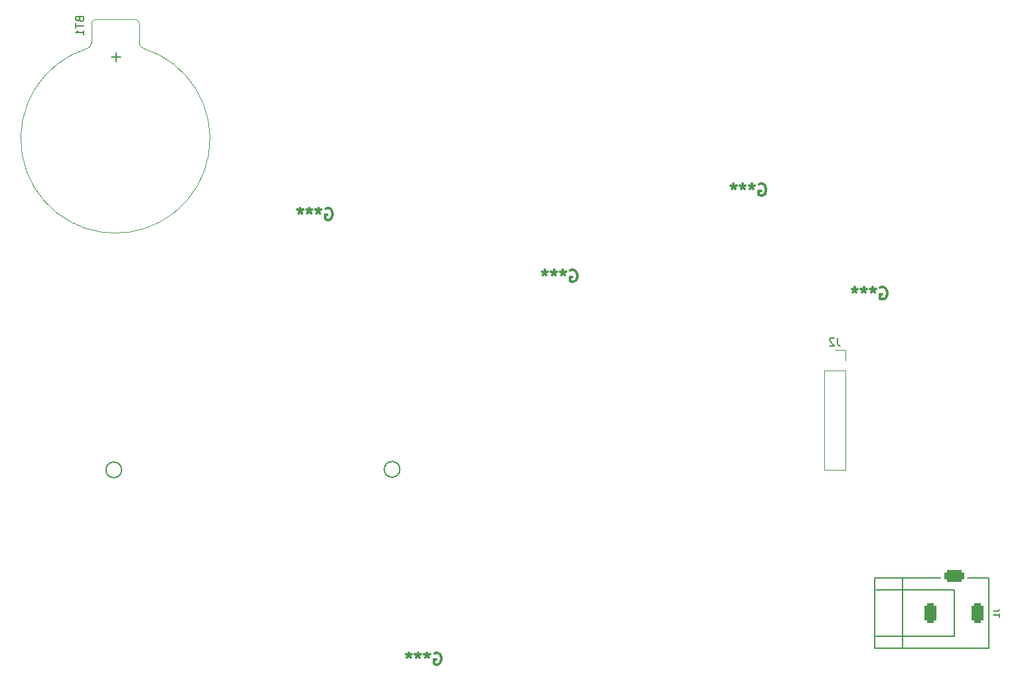
<source format=gbr>
%TF.GenerationSoftware,KiCad,Pcbnew,(6.0.5)*%
%TF.CreationDate,2022-07-22T18:16:07-04:00*%
%TF.ProjectId,Clock,436c6f63-6b2e-46b6-9963-61645f706362,rev?*%
%TF.SameCoordinates,PX4c4b400PY8a48640*%
%TF.FileFunction,Legend,Bot*%
%TF.FilePolarity,Positive*%
%FSLAX46Y46*%
G04 Gerber Fmt 4.6, Leading zero omitted, Abs format (unit mm)*
G04 Created by KiCad (PCBNEW (6.0.5)) date 2022-07-22 18:16:07*
%MOMM*%
%LPD*%
G01*
G04 APERTURE LIST*
G04 Aperture macros list*
%AMRoundRect*
0 Rectangle with rounded corners*
0 $1 Rounding radius*
0 $2 $3 $4 $5 $6 $7 $8 $9 X,Y pos of 4 corners*
0 Add a 4 corners polygon primitive as box body*
4,1,4,$2,$3,$4,$5,$6,$7,$8,$9,$2,$3,0*
0 Add four circle primitives for the rounded corners*
1,1,$1+$1,$2,$3*
1,1,$1+$1,$4,$5*
1,1,$1+$1,$6,$7*
1,1,$1+$1,$8,$9*
0 Add four rect primitives between the rounded corners*
20,1,$1+$1,$2,$3,$4,$5,0*
20,1,$1+$1,$4,$5,$6,$7,0*
20,1,$1+$1,$6,$7,$8,$9,0*
20,1,$1+$1,$8,$9,$2,$3,0*%
G04 Aperture macros list end*
%ADD10C,0.300000*%
%ADD11C,0.150000*%
%ADD12C,0.152400*%
%ADD13C,0.120000*%
%ADD14C,0.203200*%
%ADD15R,1.600000X1.600000*%
%ADD16O,1.600000X1.600000*%
%ADD17C,3.200000*%
%ADD18R,2.000000X2.000000*%
%ADD19C,2.000000*%
%ADD20C,3.000000*%
%ADD21O,1.800000X2.600000*%
%ADD22R,1.800000X2.600000*%
%ADD23C,1.440000*%
%ADD24C,1.524000*%
%ADD25R,1.700000X1.700000*%
%ADD26O,1.700000X1.700000*%
%ADD27R,3.000000X3.000000*%
%ADD28RoundRect,0.400000X-0.400000X0.900000X-0.400000X-0.900000X0.400000X-0.900000X0.400000X0.900000X0*%
%ADD29RoundRect,0.400000X-0.900000X0.400000X-0.900000X-0.400000X0.900000X-0.400000X0.900000X0.400000X0*%
G04 APERTURE END LIST*
D10*
%TO.C,G\u002A\u002A\u002A*%
X41742571Y62662000D02*
X41887714Y62734572D01*
X42105428Y62734572D01*
X42323142Y62662000D01*
X42468285Y62516858D01*
X42540857Y62371715D01*
X42613428Y62081429D01*
X42613428Y61863715D01*
X42540857Y61573429D01*
X42468285Y61428286D01*
X42323142Y61283143D01*
X42105428Y61210572D01*
X41960285Y61210572D01*
X41742571Y61283143D01*
X41670000Y61355715D01*
X41670000Y61863715D01*
X41960285Y61863715D01*
X40799142Y62734572D02*
X40799142Y62371715D01*
X41162000Y62516858D02*
X40799142Y62371715D01*
X40436285Y62516858D01*
X41016857Y62081429D02*
X40799142Y62371715D01*
X40581428Y62081429D01*
X39638000Y62734572D02*
X39638000Y62371715D01*
X40000857Y62516858D02*
X39638000Y62371715D01*
X39275142Y62516858D01*
X39855714Y62081429D02*
X39638000Y62371715D01*
X39420285Y62081429D01*
X38476857Y62734572D02*
X38476857Y62371715D01*
X38839714Y62516858D02*
X38476857Y62371715D01*
X38114000Y62516858D01*
X38694571Y62081429D02*
X38476857Y62371715D01*
X38259142Y62081429D01*
X112477571Y52544000D02*
X112622714Y52616572D01*
X112840428Y52616572D01*
X113058142Y52544000D01*
X113203285Y52398858D01*
X113275857Y52253715D01*
X113348428Y51963429D01*
X113348428Y51745715D01*
X113275857Y51455429D01*
X113203285Y51310286D01*
X113058142Y51165143D01*
X112840428Y51092572D01*
X112695285Y51092572D01*
X112477571Y51165143D01*
X112405000Y51237715D01*
X112405000Y51745715D01*
X112695285Y51745715D01*
X111534142Y52616572D02*
X111534142Y52253715D01*
X111897000Y52398858D02*
X111534142Y52253715D01*
X111171285Y52398858D01*
X111751857Y51963429D02*
X111534142Y52253715D01*
X111316428Y51963429D01*
X110373000Y52616572D02*
X110373000Y52253715D01*
X110735857Y52398858D02*
X110373000Y52253715D01*
X110010142Y52398858D01*
X110590714Y51963429D02*
X110373000Y52253715D01*
X110155285Y51963429D01*
X109211857Y52616572D02*
X109211857Y52253715D01*
X109574714Y52398858D02*
X109211857Y52253715D01*
X108849000Y52398858D01*
X109429571Y51963429D02*
X109211857Y52253715D01*
X108994142Y51963429D01*
X72942571Y54762000D02*
X73087714Y54834572D01*
X73305428Y54834572D01*
X73523142Y54762000D01*
X73668285Y54616858D01*
X73740857Y54471715D01*
X73813428Y54181429D01*
X73813428Y53963715D01*
X73740857Y53673429D01*
X73668285Y53528286D01*
X73523142Y53383143D01*
X73305428Y53310572D01*
X73160285Y53310572D01*
X72942571Y53383143D01*
X72870000Y53455715D01*
X72870000Y53963715D01*
X73160285Y53963715D01*
X71999142Y54834572D02*
X71999142Y54471715D01*
X72362000Y54616858D02*
X71999142Y54471715D01*
X71636285Y54616858D01*
X72216857Y54181429D02*
X71999142Y54471715D01*
X71781428Y54181429D01*
X70838000Y54834572D02*
X70838000Y54471715D01*
X71200857Y54616858D02*
X70838000Y54471715D01*
X70475142Y54616858D01*
X71055714Y54181429D02*
X70838000Y54471715D01*
X70620285Y54181429D01*
X69676857Y54834572D02*
X69676857Y54471715D01*
X70039714Y54616858D02*
X69676857Y54471715D01*
X69314000Y54616858D01*
X69894571Y54181429D02*
X69676857Y54471715D01*
X69459142Y54181429D01*
D11*
%TO.C,BT1*%
X10328571Y86835715D02*
X10376190Y86692858D01*
X10423809Y86645239D01*
X10519047Y86597620D01*
X10661904Y86597620D01*
X10757142Y86645239D01*
X10804761Y86692858D01*
X10852380Y86788096D01*
X10852380Y87169048D01*
X9852380Y87169048D01*
X9852380Y86835715D01*
X9900000Y86740477D01*
X9947619Y86692858D01*
X10042857Y86645239D01*
X10138095Y86645239D01*
X10233333Y86692858D01*
X10280952Y86740477D01*
X10328571Y86835715D01*
X10328571Y87169048D01*
X9852380Y86311905D02*
X9852380Y85740477D01*
X10852380Y86026191D02*
X9852380Y86026191D01*
X10852380Y84883334D02*
X10852380Y85454762D01*
X10852380Y85169048D02*
X9852380Y85169048D01*
X9995238Y85264286D01*
X10090476Y85359524D01*
X10138095Y85454762D01*
X15007142Y82621429D02*
X15007142Y81478572D01*
X15578571Y82050000D02*
X14435714Y82050000D01*
D10*
%TO.C,G\u002A\u002A\u002A*%
X97042571Y65762000D02*
X97187714Y65834572D01*
X97405428Y65834572D01*
X97623142Y65762000D01*
X97768285Y65616858D01*
X97840857Y65471715D01*
X97913428Y65181429D01*
X97913428Y64963715D01*
X97840857Y64673429D01*
X97768285Y64528286D01*
X97623142Y64383143D01*
X97405428Y64310572D01*
X97260285Y64310572D01*
X97042571Y64383143D01*
X96970000Y64455715D01*
X96970000Y64963715D01*
X97260285Y64963715D01*
X96099142Y65834572D02*
X96099142Y65471715D01*
X96462000Y65616858D02*
X96099142Y65471715D01*
X95736285Y65616858D01*
X96316857Y65181429D02*
X96099142Y65471715D01*
X95881428Y65181429D01*
X94938000Y65834572D02*
X94938000Y65471715D01*
X95300857Y65616858D02*
X94938000Y65471715D01*
X94575142Y65616858D01*
X95155714Y65181429D02*
X94938000Y65471715D01*
X94720285Y65181429D01*
X93776857Y65834572D02*
X93776857Y65471715D01*
X94139714Y65616858D02*
X93776857Y65471715D01*
X93414000Y65616858D01*
X93994571Y65181429D02*
X93776857Y65471715D01*
X93559142Y65181429D01*
X55599257Y5866624D02*
X55744400Y5939196D01*
X55962114Y5939196D01*
X56179828Y5866624D01*
X56324971Y5721482D01*
X56397543Y5576339D01*
X56470114Y5286053D01*
X56470114Y5068339D01*
X56397543Y4778053D01*
X56324971Y4632910D01*
X56179828Y4487767D01*
X55962114Y4415196D01*
X55816971Y4415196D01*
X55599257Y4487767D01*
X55526686Y4560339D01*
X55526686Y5068339D01*
X55816971Y5068339D01*
X54655828Y5939196D02*
X54655828Y5576339D01*
X55018686Y5721482D02*
X54655828Y5576339D01*
X54292971Y5721482D01*
X54873543Y5286053D02*
X54655828Y5576339D01*
X54438114Y5286053D01*
X53494686Y5939196D02*
X53494686Y5576339D01*
X53857543Y5721482D02*
X53494686Y5576339D01*
X53131828Y5721482D01*
X53712400Y5286053D02*
X53494686Y5576339D01*
X53276971Y5286053D01*
X52333543Y5939196D02*
X52333543Y5576339D01*
X52696400Y5721482D02*
X52333543Y5576339D01*
X51970686Y5721482D01*
X52551257Y5286053D02*
X52333543Y5576339D01*
X52115828Y5286053D01*
D11*
%TO.C,J2*%
X107023333Y46150620D02*
X107023333Y45436334D01*
X107070952Y45293477D01*
X107166190Y45198239D01*
X107309047Y45150620D01*
X107404285Y45150620D01*
X106594761Y46055381D02*
X106547142Y46103000D01*
X106451904Y46150620D01*
X106213809Y46150620D01*
X106118571Y46103000D01*
X106070952Y46055381D01*
X106023333Y45960143D01*
X106023333Y45864905D01*
X106070952Y45722048D01*
X106642380Y45150620D01*
X106023333Y45150620D01*
D12*
%TO.C,J1*%
X126892914Y11254000D02*
X127437200Y11254000D01*
X127546057Y11290286D01*
X127618628Y11362858D01*
X127654914Y11471715D01*
X127654914Y11544286D01*
X127654914Y10492000D02*
X127654914Y10927429D01*
X127654914Y10709715D02*
X126892914Y10709715D01*
X127001771Y10782286D01*
X127074342Y10854858D01*
X127110628Y10927429D01*
D11*
%TO.C,D2*%
X15700000Y29290000D02*
G75*
G03*
X15700000Y29290000I-1000000J0D01*
G01*
%TO.C,D1*%
X51200000Y29360000D02*
G75*
G03*
X51200000Y29360000I-1000000J0D01*
G01*
D13*
%TO.C,BT1*%
X17950000Y86300000D02*
X17950000Y83850000D01*
X11850000Y83850000D02*
X11850000Y86300000D01*
X12400000Y86850000D02*
X17400000Y86850000D01*
X14384009Y59536557D02*
G75*
G03*
X18420000Y83150000I515991J12063443D01*
G01*
X17950000Y86300000D02*
G75*
G03*
X17400000Y86850000I-549999J1D01*
G01*
X12400000Y86850000D02*
G75*
G03*
X11850000Y86300000I-1J-549999D01*
G01*
X11380000Y83150000D02*
G75*
G03*
X15415991Y59536557I3520000J-11550000D01*
G01*
X11356515Y83145231D02*
G75*
G03*
X11850000Y83850000I-256515J704769D01*
G01*
X17950000Y83850000D02*
G75*
G03*
X18443485Y83145231I750000J0D01*
G01*
%TO.C,J2*%
X108020000Y29243000D02*
X105360000Y29243000D01*
X108020000Y42003000D02*
X108020000Y29243000D01*
X105360000Y42003000D02*
X105360000Y29243000D01*
X108020000Y42003000D02*
X105360000Y42003000D01*
X108020000Y43273000D02*
X108020000Y44603000D01*
X108020000Y44603000D02*
X106690000Y44603000D01*
D14*
%TO.C,J1*%
X111800000Y15500000D02*
X120150000Y15500000D01*
X121900000Y14000000D02*
X111900000Y14000000D01*
X111800000Y6500000D02*
X111800000Y15500000D01*
X115300000Y15500000D02*
X115300000Y6500000D01*
X126300000Y15500000D02*
X123650000Y15500000D01*
X126300000Y6500000D02*
X111800000Y6500000D01*
X121900000Y8000000D02*
X121900000Y14000000D01*
X111800000Y8000000D02*
X121900000Y8000000D01*
X126300000Y15500000D02*
X126300000Y6500000D01*
%TD*%
%LPC*%
%TO.C,G\u002A\u002A\u002A*%
G36*
X43519025Y56972622D02*
G01*
X43519025Y65949998D01*
X43754756Y65949998D01*
X43797346Y65923832D01*
X43935981Y65866584D01*
X44153558Y65785542D01*
X44432297Y65686617D01*
X44754424Y65575717D01*
X45102159Y65458754D01*
X45457728Y65341636D01*
X45803351Y65230275D01*
X46121253Y65130579D01*
X46393656Y65048460D01*
X46602784Y64989827D01*
X46730858Y64960590D01*
X46767630Y64955401D01*
X46928694Y64935378D01*
X47170357Y64907267D01*
X47466660Y64874049D01*
X47791647Y64838709D01*
X47934247Y64823283D01*
X48242726Y64788820D01*
X48507109Y64757824D01*
X48703016Y64733200D01*
X48806068Y64717852D01*
X48936498Y64691650D01*
X48791052Y64477324D01*
X48787408Y64471924D01*
X48620389Y64141998D01*
X48509544Y63753219D01*
X48469373Y63356125D01*
X48470912Y63230639D01*
X48485211Y63106796D01*
X48524810Y63053536D01*
X48601972Y63041789D01*
X48666508Y63039196D01*
X48801007Y63003244D01*
X48825913Y62926799D01*
X48739940Y62812005D01*
X48622457Y62677164D01*
X48525779Y62521209D01*
X48507459Y62488645D01*
X48405651Y62357945D01*
X48248759Y62189465D01*
X48062379Y62011369D01*
X48007315Y61959733D01*
X47783933Y61722193D01*
X47507321Y61392689D01*
X47183209Y60978237D01*
X46817325Y60485858D01*
X46641633Y60243376D01*
X46421845Y59937004D01*
X46233189Y59670526D01*
X46085318Y59457724D01*
X45987884Y59312379D01*
X45950538Y59248271D01*
X45960134Y59233559D01*
X46043764Y59157729D01*
X46201767Y59029106D01*
X46420154Y58858070D01*
X46684937Y58655002D01*
X46982126Y58430281D01*
X47297732Y58194287D01*
X47617766Y57957401D01*
X47928239Y57730003D01*
X48215161Y57522473D01*
X48464544Y57345191D01*
X48662398Y57208537D01*
X48794734Y57122892D01*
X48847563Y57098635D01*
X48863580Y57117872D01*
X48974719Y57261162D01*
X49131993Y57474140D01*
X49323903Y57740272D01*
X49538945Y58043024D01*
X49765621Y58365864D01*
X49992427Y58692257D01*
X50207864Y59005671D01*
X50400430Y59289570D01*
X50558625Y59527423D01*
X50670946Y59702695D01*
X50725893Y59798853D01*
X50783295Y59922653D01*
X50872937Y60066696D01*
X50969098Y60135733D01*
X51097199Y60154086D01*
X51127968Y60156357D01*
X51303642Y60206838D01*
X51526451Y60308892D01*
X51761430Y60443004D01*
X51973611Y60589660D01*
X52128026Y60729348D01*
X52293308Y60950991D01*
X52490008Y61364049D01*
X52589771Y61821335D01*
X52624130Y62161695D01*
X52817510Y62027599D01*
X52850957Y62002059D01*
X52924945Y61926173D01*
X53006265Y61811464D01*
X53102623Y61643980D01*
X53221726Y61409773D01*
X53371280Y61094890D01*
X53558992Y60685383D01*
X53571148Y60658595D01*
X53744631Y60279370D01*
X53890817Y59970953D01*
X54023643Y59709708D01*
X54157045Y59472002D01*
X54304961Y59234200D01*
X54481328Y58972667D01*
X54700083Y58663770D01*
X54975164Y58283875D01*
X55169478Y58017174D01*
X55388554Y57717625D01*
X55576134Y57462410D01*
X55722796Y57264301D01*
X55819116Y57136069D01*
X55855670Y57090487D01*
X55861944Y57094060D01*
X55943862Y57150951D01*
X56119332Y57276499D01*
X56387235Y57469894D01*
X56746454Y57730327D01*
X57195870Y58056985D01*
X57734366Y58449060D01*
X58360822Y58905740D01*
X58789241Y59218209D01*
X58588804Y59495067D01*
X58491448Y59629550D01*
X58339276Y59839766D01*
X58147683Y60104445D01*
X57931570Y60403001D01*
X57705839Y60714849D01*
X57594567Y60867138D01*
X57210767Y61366673D01*
X56872461Y61763014D01*
X56576969Y62059353D01*
X56130626Y62460934D01*
X56130626Y63606337D01*
X56130660Y63651099D01*
X56133326Y63999662D01*
X56139767Y64302045D01*
X56149291Y64540326D01*
X56161207Y64696587D01*
X56174826Y64752907D01*
X56210928Y64756269D01*
X56348931Y64771496D01*
X56569488Y64796839D01*
X56852019Y64829923D01*
X57175944Y64868375D01*
X57359201Y64890752D01*
X57646041Y64929507D01*
X57899935Y64971465D01*
X58144967Y65022423D01*
X58405226Y65088180D01*
X58704799Y65174535D01*
X59067771Y65287286D01*
X59518231Y65432231D01*
X59812615Y65528491D01*
X60166977Y65646485D01*
X60470825Y65750078D01*
X60708717Y65833908D01*
X60865212Y65892611D01*
X60924869Y65920823D01*
X60925056Y65921211D01*
X60915187Y65991438D01*
X60874141Y66149660D01*
X60808385Y66372752D01*
X60724389Y66637587D01*
X60688574Y66747145D01*
X60578642Y67084186D01*
X60450758Y67477065D01*
X60318029Y67885494D01*
X60193563Y68269185D01*
X60114323Y68511733D01*
X60016620Y68804997D01*
X59934132Y69046023D01*
X59873736Y69214797D01*
X59842310Y69291303D01*
X59832563Y69298534D01*
X59750194Y69298501D01*
X59583286Y69264230D01*
X59325357Y69194005D01*
X58969924Y69086110D01*
X58510506Y68938831D01*
X58336388Y68881734D01*
X57958557Y68755841D01*
X57612858Y68638049D01*
X57319319Y68535321D01*
X57097970Y68454620D01*
X56968841Y68402908D01*
X56888736Y68366934D01*
X56754410Y68310110D01*
X56688910Y68287703D01*
X56688612Y68287713D01*
X56669115Y68340264D01*
X56661021Y68464501D01*
X56661020Y68465687D01*
X56656660Y68590799D01*
X56646287Y68644827D01*
X56642869Y68645630D01*
X56522008Y68667559D01*
X56328494Y68696281D01*
X56089384Y68728495D01*
X55831731Y68760903D01*
X55582591Y68790205D01*
X55369019Y68813102D01*
X55218069Y68826293D01*
X55156797Y68826480D01*
X55155756Y68825157D01*
X55141505Y68749592D01*
X55130350Y68590759D01*
X55124628Y68381013D01*
X55124106Y68340144D01*
X55115623Y68142239D01*
X55097774Y68057323D01*
X55069837Y68081439D01*
X55068112Y68086406D01*
X55054912Y68188151D01*
X55042787Y68389419D01*
X55032238Y68673930D01*
X55023764Y69025409D01*
X55017867Y69427575D01*
X55015047Y69864153D01*
X55010905Y71529002D01*
X54185847Y71529002D01*
X54185847Y73473782D01*
X50532018Y73473782D01*
X50532018Y71375739D01*
X50211717Y71045046D01*
X50059061Y70871897D01*
X49855578Y70544920D01*
X49742147Y70181157D01*
X49706960Y69750325D01*
X49708508Y69620762D01*
X49721713Y69484245D01*
X49755912Y69422130D01*
X49820006Y69407425D01*
X49972696Y69396883D01*
X50052955Y69350943D01*
X50033130Y69256702D01*
X49917250Y69101491D01*
X49781355Y68905640D01*
X49645442Y68556669D01*
X49600113Y68174957D01*
X49647521Y67788839D01*
X49789823Y67426647D01*
X49842940Y67327799D01*
X49892786Y67220784D01*
X49895123Y67189112D01*
X49518640Y67409063D01*
X49040113Y67685259D01*
X48632382Y67914315D01*
X48277682Y68104623D01*
X47958248Y68264579D01*
X47656315Y68402578D01*
X47354117Y68527014D01*
X47033889Y68646282D01*
X46677865Y68768776D01*
X46268281Y68902891D01*
X45953442Y69003873D01*
X45599125Y69115907D01*
X45295989Y69209961D01*
X45059249Y69281384D01*
X44904121Y69325525D01*
X44845820Y69337732D01*
X44843784Y69334051D01*
X44813771Y69252918D01*
X44754772Y69079738D01*
X44672248Y68831471D01*
X44571661Y68525075D01*
X44458472Y68177510D01*
X44338145Y67805735D01*
X44216140Y67426709D01*
X44097919Y67057391D01*
X43988946Y66714740D01*
X43894681Y66415717D01*
X43820586Y66177279D01*
X43772124Y66016386D01*
X43754756Y65949998D01*
X43519025Y65949998D01*
X43519025Y73768445D01*
X61022041Y73768445D01*
X61022041Y56972622D01*
X43519025Y56972622D01*
G37*
G36*
X50819821Y64711850D02*
G01*
X51193213Y64607619D01*
X51512544Y64422758D01*
X51758632Y64161011D01*
X51786553Y64118412D01*
X51854286Y63979826D01*
X51880642Y63823834D01*
X51875955Y63601124D01*
X51859938Y63440835D01*
X51804624Y63221577D01*
X51701034Y63042901D01*
X51535441Y62893703D01*
X51294116Y62762881D01*
X50963332Y62639329D01*
X50529361Y62511945D01*
X50370642Y62468208D01*
X50065662Y62377018D01*
X49846509Y62295928D01*
X49692412Y62214908D01*
X49582602Y62123924D01*
X49496308Y62012943D01*
X49429086Y61822683D01*
X49460879Y61628954D01*
X49576893Y61448104D01*
X49760638Y61293918D01*
X49995628Y61180179D01*
X50265374Y61120672D01*
X50553389Y61129181D01*
X50755880Y61173202D01*
X51073056Y61297421D01*
X51318545Y61469512D01*
X51477145Y61677380D01*
X51533654Y61908933D01*
X51534444Y61942351D01*
X51555070Y62005891D01*
X51627783Y62022387D01*
X51784338Y62003864D01*
X51848627Y61993393D01*
X51991711Y61964741D01*
X52061252Y61942341D01*
X52065917Y61920742D01*
X52052962Y61812750D01*
X52015781Y61650280D01*
X51884198Y61327420D01*
X51650481Y61035623D01*
X51329162Y60820004D01*
X50924289Y60684151D01*
X50837626Y60669112D01*
X50542832Y60649726D01*
X50217579Y60662846D01*
X49910608Y60705026D01*
X49670659Y60772817D01*
X49387296Y60929938D01*
X49134239Y61179396D01*
X48979161Y61487906D01*
X48928350Y61846375D01*
X48933047Y61958350D01*
X48982245Y62212300D01*
X49093737Y62424603D01*
X49278625Y62604351D01*
X49548012Y62760639D01*
X49912998Y62902559D01*
X50384687Y63039204D01*
X50537799Y63079933D01*
X50857993Y63177165D01*
X51085792Y63271883D01*
X51238637Y63374627D01*
X51333966Y63495937D01*
X51389220Y63646356D01*
X51399023Y63759248D01*
X51351527Y63869189D01*
X51227215Y64009397D01*
X51166910Y64064246D01*
X50892998Y64216356D01*
X50564201Y64270412D01*
X50192397Y64223950D01*
X49931234Y64127302D01*
X49717467Y63956181D01*
X49586235Y63711752D01*
X49532160Y63584656D01*
X49451160Y63526426D01*
X49299683Y63514153D01*
X49172966Y63517294D01*
X49063820Y63546046D01*
X49033932Y63626938D01*
X49060238Y63786170D01*
X49066901Y63813882D01*
X49200869Y64125157D01*
X49419153Y64385245D01*
X49696481Y64563279D01*
X49987575Y64663459D01*
X50411548Y64731711D01*
X50819821Y64711850D01*
G37*
G36*
X55073163Y60685383D02*
G01*
X55040371Y62306033D01*
X54185847Y62337272D01*
X54067329Y62341871D01*
X53703317Y62362199D01*
X53429686Y62393018D01*
X53224883Y62440790D01*
X53067357Y62511979D01*
X52935556Y62613046D01*
X52807930Y62750453D01*
X52784582Y62779406D01*
X52681278Y62938217D01*
X52624112Y63076700D01*
X52601746Y63185039D01*
X52564535Y63364983D01*
X52560754Y63471260D01*
X53125058Y63471260D01*
X53146342Y63289638D01*
X53261918Y63062752D01*
X53479305Y62895023D01*
X53568039Y62861579D01*
X53744759Y62830053D01*
X54003353Y62812438D01*
X54361588Y62806961D01*
X55073578Y62806961D01*
X55056974Y63499420D01*
X55040371Y64191879D01*
X54362645Y64191879D01*
X54318539Y64191772D01*
X53904034Y64175626D01*
X53591711Y64127189D01*
X53369611Y64039497D01*
X53225775Y63905588D01*
X53148244Y63718496D01*
X53125058Y63471260D01*
X52560754Y63471260D01*
X52558286Y63540631D01*
X52599157Y63787604D01*
X52678353Y64037077D01*
X52782972Y64237510D01*
X52871445Y64346389D01*
X53002297Y64456520D01*
X53169275Y64539422D01*
X53388692Y64599258D01*
X53676862Y64640190D01*
X54050097Y64666381D01*
X54524710Y64681995D01*
X55600232Y64705731D01*
X55600232Y60685383D01*
X55073163Y60685383D01*
G37*
G36*
X52242095Y62599458D02*
G01*
X52272297Y62554906D01*
X52250447Y62520460D01*
X52130418Y62512297D01*
X52101476Y62512504D01*
X51974992Y62525474D01*
X51961526Y62562008D01*
X52058081Y62626851D01*
X52150356Y62655029D01*
X52242095Y62599458D01*
G37*
G36*
X53567071Y67299567D02*
G01*
X53641177Y67216509D01*
X53644963Y67210880D01*
X53752534Y67068408D01*
X53881192Y66918132D01*
X53906847Y66889509D01*
X53985702Y66786924D01*
X54004752Y66733997D01*
X53988026Y66722588D01*
X53891161Y66667258D01*
X53743851Y66588656D01*
X53540600Y66495309D01*
X53406254Y66465558D01*
X53360789Y66508898D01*
X53364816Y66556576D01*
X53386976Y66699513D01*
X53421541Y66885684D01*
X53460539Y67075220D01*
X53495999Y67228252D01*
X53519948Y67304908D01*
X53567071Y67299567D01*
G37*
G36*
X54480839Y69598956D02*
G01*
X54482025Y69311724D01*
X54487447Y68913797D01*
X54496642Y68557399D01*
X54508935Y68261613D01*
X54523647Y68045522D01*
X54540102Y67928208D01*
X54541234Y67924163D01*
X54653927Y67683663D01*
X54830489Y67541519D01*
X55074545Y67494790D01*
X55171876Y67502591D01*
X55395406Y67593505D01*
X55556892Y67774196D01*
X55640017Y68029240D01*
X55650282Y68102116D01*
X55681530Y68210979D01*
X55752271Y68246139D01*
X55900812Y68238307D01*
X55963792Y68231885D01*
X56079259Y68204618D01*
X56123480Y68134866D01*
X56130626Y67984957D01*
X56090221Y67693260D01*
X55961844Y67408924D01*
X55761290Y67187149D01*
X55504802Y67052145D01*
X55204482Y66999076D01*
X54852493Y67020603D01*
X54530192Y67125711D01*
X54270103Y67307669D01*
X54235710Y67343668D01*
X54153091Y67451178D01*
X54087719Y67580735D01*
X54037672Y67746019D01*
X54001031Y67960709D01*
X53975875Y68238485D01*
X53960284Y68593027D01*
X53952338Y69038013D01*
X53950116Y69587123D01*
X53950116Y71057541D01*
X54480510Y71057541D01*
X54480839Y69598956D01*
G37*
G36*
X52092512Y71065574D02*
G01*
X52475994Y70959790D01*
X52668090Y70860426D01*
X52918148Y70635194D01*
X53072377Y70344126D01*
X53125058Y69995718D01*
X53120000Y69889995D01*
X53037401Y69591643D01*
X52851905Y69343870D01*
X52561327Y69144393D01*
X52163480Y68990926D01*
X51930044Y68923245D01*
X51623520Y68834491D01*
X51356130Y68757181D01*
X51147421Y68686247D01*
X50872418Y68537688D01*
X50709959Y68357894D01*
X50660616Y68147636D01*
X50724962Y67907685D01*
X50840475Y67746295D01*
X51056029Y67599104D01*
X51326521Y67514087D01*
X51627371Y67490237D01*
X51933999Y67526544D01*
X52221824Y67622002D01*
X52466267Y67775602D01*
X52642747Y67986336D01*
X52674110Y68045220D01*
X52743698Y68204850D01*
X52771461Y68317334D01*
X52771472Y68319668D01*
X52800852Y68389805D01*
X52904060Y68383780D01*
X53000411Y68364050D01*
X53175816Y68347440D01*
X53189977Y68347277D01*
X53270920Y68332646D01*
X53293902Y68270629D01*
X53273896Y68127674D01*
X53258979Y68057733D01*
X53116007Y67698376D01*
X52879594Y67404580D01*
X52558854Y67185192D01*
X52162899Y67049058D01*
X51897842Y67015225D01*
X51511745Y67021724D01*
X51129469Y67080664D01*
X50804230Y67186656D01*
X50725415Y67225948D01*
X50438883Y67440775D01*
X50244286Y67715441D01*
X50147926Y68031727D01*
X50156104Y68371416D01*
X50275124Y68716288D01*
X50414870Y68893829D01*
X50675788Y69073676D01*
X51049273Y69234980D01*
X51537403Y69378834D01*
X51750688Y69433950D01*
X52078206Y69533803D01*
X52310761Y69633445D01*
X52462877Y69741775D01*
X52549078Y69867694D01*
X52583888Y70020102D01*
X52583384Y70132924D01*
X52510445Y70335253D01*
X52336021Y70485505D01*
X52056049Y70588051D01*
X51835753Y70624945D01*
X51492417Y70612887D01*
X51197359Y70513542D01*
X50966711Y70333532D01*
X50816605Y70079473D01*
X50801173Y70037751D01*
X50744023Y69927859D01*
X50660130Y69887967D01*
X50504448Y69890858D01*
X50450983Y69895107D01*
X50327772Y69916949D01*
X50282820Y69969746D01*
X50285306Y70080119D01*
X50287593Y70099062D01*
X50374514Y70383977D01*
X50540943Y70648470D01*
X50757353Y70844713D01*
X50892888Y70918861D01*
X51263718Y71042616D01*
X51676006Y71092351D01*
X52092512Y71065574D01*
G37*
G36*
X121914426Y63328143D02*
G01*
X121908228Y62939959D01*
X121889207Y62662813D01*
X121850808Y62454605D01*
X121786474Y62273233D01*
X121689649Y62076593D01*
X121655475Y62014828D01*
X121375293Y61620291D01*
X121009754Y61232225D01*
X120610438Y60900169D01*
X120228923Y60673662D01*
X120023349Y60586289D01*
X119724618Y60477227D01*
X119419339Y60394242D01*
X119080305Y60333945D01*
X118680305Y60292947D01*
X118192131Y60267858D01*
X117588572Y60255290D01*
X116842420Y60251854D01*
X116604872Y60251831D01*
X116022685Y60250966D01*
X115583357Y60247527D01*
X115266782Y60239740D01*
X115052853Y60225829D01*
X114921464Y60204020D01*
X114852509Y60172538D01*
X114825880Y60129608D01*
X114821472Y60073454D01*
X114821323Y60054333D01*
X114813738Y60007130D01*
X114781345Y59970738D01*
X114706009Y59944124D01*
X114569596Y59926257D01*
X114353972Y59916104D01*
X114041003Y59912632D01*
X113612556Y59914808D01*
X113050496Y59921601D01*
X112336690Y59931977D01*
X111961196Y59937729D01*
X111309081Y59949341D01*
X110792652Y59962177D01*
X110388941Y59977938D01*
X110074980Y59998327D01*
X109827800Y60025047D01*
X109624432Y60059799D01*
X109441907Y60104286D01*
X109257258Y60160210D01*
X108926371Y60276019D01*
X108609754Y60403386D01*
X108386522Y60511197D01*
X108110435Y60670873D01*
X108110435Y60187079D01*
X108120562Y59987781D01*
X108240674Y59408192D01*
X108480386Y58782530D01*
X108819700Y58139156D01*
X109238618Y57506429D01*
X109717142Y56912708D01*
X110235273Y56386354D01*
X110773015Y55955725D01*
X111310369Y55649181D01*
X111467511Y55582830D01*
X112314028Y55315676D01*
X113253991Y55148267D01*
X114250055Y55081578D01*
X115264870Y55116583D01*
X116261089Y55254255D01*
X117201363Y55495569D01*
X117775998Y55708990D01*
X118421028Y56033257D01*
X119031034Y56450161D01*
X119657684Y56991165D01*
X120024278Y57357714D01*
X120633186Y58088240D01*
X121159886Y58901803D01*
X121611898Y59814585D01*
X121996745Y60842766D01*
X122321947Y62002527D01*
X122595027Y63310048D01*
X122641547Y63638595D01*
X122690249Y64159857D01*
X122730856Y64790588D01*
X122762658Y65497980D01*
X122784949Y66249224D01*
X122797020Y67011511D01*
X122798163Y67752035D01*
X122787670Y68437986D01*
X122764832Y69036556D01*
X122728942Y69514937D01*
X122723476Y69566501D01*
X122515122Y70997844D01*
X122209339Y72336185D01*
X121810749Y73567161D01*
X121323979Y74676411D01*
X120753652Y75649571D01*
X120489862Y76016668D01*
X119853898Y76743157D01*
X119135857Y77354022D01*
X118317116Y77861679D01*
X117379048Y78278547D01*
X116303029Y78617045D01*
X116141760Y78659191D01*
X115779794Y78748089D01*
X115468204Y78810335D01*
X115162936Y78850837D01*
X114819940Y78874505D01*
X114395162Y78886245D01*
X113844549Y78890967D01*
X113465659Y78890921D01*
X112901825Y78880478D01*
X112449572Y78854591D01*
X112071787Y78810718D01*
X111731353Y78746319D01*
X111587391Y78712813D01*
X110708606Y78474224D01*
X109753467Y78165298D01*
X108777285Y77806168D01*
X107835371Y77416971D01*
X106983038Y77017839D01*
X106914347Y76983518D01*
X106645104Y76854740D01*
X106450009Y76770601D01*
X106367393Y76747907D01*
X106344347Y76827216D01*
X106297756Y77035325D01*
X106236249Y77330887D01*
X106167873Y77672921D01*
X106100680Y78020444D01*
X106042718Y78332473D01*
X106002038Y78568027D01*
X105986690Y78686123D01*
X105987236Y78691051D01*
X106073157Y78782561D01*
X106287455Y78924592D01*
X106604022Y79103117D01*
X106996750Y79304110D01*
X107439530Y79513544D01*
X107906252Y79717392D01*
X108126600Y79807355D01*
X109078547Y80154156D01*
X110077143Y80457809D01*
X111083912Y80709477D01*
X112060378Y80900320D01*
X112968066Y81021498D01*
X113768500Y81064172D01*
X114849425Y81033795D01*
X116235990Y80896669D01*
X117531924Y80652076D01*
X118721114Y80303257D01*
X119787449Y79853454D01*
X120870173Y79232673D01*
X121928989Y78440869D01*
X122877281Y77523139D01*
X123713015Y76482783D01*
X124434157Y75323103D01*
X125038674Y74047399D01*
X125524530Y72658972D01*
X125889693Y71161123D01*
X126132127Y69557152D01*
X126135903Y69520840D01*
X126163736Y69114400D01*
X126182205Y68562129D01*
X126191010Y67885405D01*
X126189852Y67105606D01*
X126178434Y66244109D01*
X126168557Y65748834D01*
X126149918Y65035266D01*
X126125567Y64439465D01*
X126091921Y63928780D01*
X126045397Y63470559D01*
X125982413Y63032149D01*
X125899384Y62580899D01*
X125792729Y62084158D01*
X125658864Y61509273D01*
X125507176Y60935476D01*
X125091749Y59735249D01*
X124561965Y58581500D01*
X123932393Y57497886D01*
X123217604Y56508060D01*
X122432167Y55635676D01*
X121590650Y54904389D01*
X121040327Y54526957D01*
X120124360Y54021875D01*
X119120446Y53591801D01*
X118073932Y53255361D01*
X117030168Y53031183D01*
X117013818Y53028770D01*
X116768212Y53007838D01*
X116391256Y52992212D01*
X115917870Y52982629D01*
X115382969Y52979827D01*
X114821472Y52984544D01*
X114237984Y52995926D01*
X113715555Y53013566D01*
X113301290Y53038997D01*
X112962562Y53074961D01*
X112666746Y53124195D01*
X112381213Y53189440D01*
X112343928Y53199037D01*
X111278957Y53562437D01*
X110265593Y54080595D01*
X109323595Y54741661D01*
X108472717Y55533785D01*
X107801744Y56250937D01*
X107048562Y53371095D01*
X106262776Y53371006D01*
X105476991Y53370918D01*
X105476991Y63777272D01*
X108241029Y63777272D01*
X108243670Y63574157D01*
X108323294Y62858258D01*
X108518755Y62262174D01*
X108837321Y61777057D01*
X109286257Y61394056D01*
X109872829Y61104322D01*
X110604305Y60899006D01*
X110863674Y60856858D01*
X111238974Y60816580D01*
X111662499Y60786033D01*
X112098028Y60766328D01*
X112509339Y60758578D01*
X112860209Y60763897D01*
X113114418Y60783395D01*
X113235742Y60818186D01*
X113239068Y60825718D01*
X113253300Y60956950D01*
X113260010Y61101353D01*
X116095720Y61101353D01*
X117093880Y61106250D01*
X117819587Y61133853D01*
X118526842Y61229101D01*
X119104594Y61398420D01*
X119568231Y61648266D01*
X119933144Y61985094D01*
X120214721Y62415360D01*
X120246524Y62478211D01*
X120364667Y62740717D01*
X120432344Y62979543D01*
X120462932Y63259110D01*
X120469806Y63643841D01*
X120449957Y64072225D01*
X120338544Y64630174D01*
X120116380Y65106623D01*
X119769071Y65540528D01*
X119555690Y65736173D01*
X119268906Y65923717D01*
X118931871Y66055770D01*
X118515089Y66140268D01*
X117989066Y66185147D01*
X117324306Y66198342D01*
X116095720Y66198342D01*
X116095720Y61101353D01*
X113260010Y61101353D01*
X113266051Y61231372D01*
X113276827Y61627146D01*
X113285136Y62122435D01*
X113290483Y62695401D01*
X113292375Y63324206D01*
X113292375Y65773593D01*
X109037161Y65773593D01*
X108823145Y65559577D01*
X108662012Y65375227D01*
X108425046Y64951443D01*
X108287256Y64426560D01*
X108241029Y63777272D01*
X105476991Y63777272D01*
X105476991Y66962891D01*
X116095720Y66962891D01*
X117433679Y66970116D01*
X117964215Y66977918D01*
X118544415Y67005566D01*
X119009889Y67057830D01*
X119391741Y67140051D01*
X119721075Y67257569D01*
X120028994Y67415724D01*
X120349663Y67642111D01*
X120666608Y68008350D01*
X120895381Y68491977D01*
X120991551Y68813499D01*
X121086574Y69490530D01*
X121041900Y70146166D01*
X120865760Y70757002D01*
X120566388Y71299639D01*
X120152015Y71750673D01*
X119630873Y72086702D01*
X119460000Y72165099D01*
X119227362Y72257395D01*
X118991458Y72325139D01*
X118718965Y72373775D01*
X118376561Y72408745D01*
X117930924Y72435492D01*
X117348730Y72459459D01*
X116095720Y72505655D01*
X116095720Y66962891D01*
X105476991Y66962891D01*
X105476991Y67557540D01*
X108208624Y67557540D01*
X107909291Y67907243D01*
X107880555Y67941329D01*
X107628888Y68308746D01*
X107463776Y68717648D01*
X107373387Y69208222D01*
X107353900Y69642201D01*
X108807569Y69642201D01*
X108851072Y69261899D01*
X108977176Y68690735D01*
X109180957Y68205883D01*
X109472249Y67809589D01*
X109707698Y67557540D01*
X113292375Y67557540D01*
X113292375Y72245029D01*
X111987943Y72216167D01*
X111597133Y72207085D01*
X111203573Y72193651D01*
X110916256Y72172814D01*
X110698976Y72138301D01*
X110515531Y72083840D01*
X110329713Y72003158D01*
X110105319Y71889981D01*
X109654752Y71619864D01*
X109309738Y71302608D01*
X109070804Y70914942D01*
X108905151Y70416602D01*
X108883557Y70326860D01*
X108816873Y69964638D01*
X108807569Y69642201D01*
X107353900Y69642201D01*
X107345887Y69820657D01*
X107347267Y69964123D01*
X107397956Y70590346D01*
X107531697Y71107044D01*
X107762222Y71553142D01*
X108103263Y71967567D01*
X108481934Y72302442D01*
X109082582Y72667646D01*
X109809432Y72945493D01*
X109920083Y72975347D01*
X110122611Y73014258D01*
X110376003Y73042973D01*
X110704058Y73062749D01*
X111130573Y73074845D01*
X111679346Y73080516D01*
X112374177Y73081022D01*
X112719311Y73080523D01*
X113301106Y73081695D01*
X113742826Y73086805D01*
X114064426Y73097075D01*
X114285861Y73113726D01*
X114427086Y73137981D01*
X114508058Y73171063D01*
X114548732Y73214192D01*
X114554207Y73223110D01*
X114596678Y73261351D01*
X114678436Y73290361D01*
X114818132Y73310868D01*
X115034418Y73323599D01*
X115345947Y73329283D01*
X115771369Y73328645D01*
X116329337Y73322415D01*
X117038502Y73311320D01*
X117807828Y73296644D01*
X118443473Y73278675D01*
X118956773Y73254291D01*
X119371678Y73220158D01*
X119712141Y73172941D01*
X120002114Y73109308D01*
X120265548Y73025924D01*
X120526397Y72919455D01*
X120808611Y72786568D01*
X120981474Y72689537D01*
X121371658Y72398617D01*
X121753108Y72032924D01*
X122077526Y71641565D01*
X122296613Y71273648D01*
X122307414Y71248602D01*
X122431167Y70871811D01*
X122535906Y70400802D01*
X122608599Y69905354D01*
X122634050Y69490530D01*
X122636215Y69455242D01*
X122599454Y69083633D01*
X122469784Y68582068D01*
X122271106Y68093282D01*
X122029187Y67692116D01*
X121753639Y67383515D01*
X121366859Y67048215D01*
X120960193Y66776826D01*
X120587742Y66609964D01*
X120514023Y66586236D01*
X120331379Y66509028D01*
X120258261Y66446674D01*
X120264285Y66429800D01*
X120363287Y66331927D01*
X120545285Y66204709D01*
X120791878Y66022278D01*
X121141850Y65685858D01*
X121468037Y65296105D01*
X121717611Y64911303D01*
X121730953Y64886055D01*
X121812506Y64709307D01*
X121865900Y64525181D01*
X121896901Y64293066D01*
X121911274Y63972350D01*
X121913836Y63643841D01*
X121914783Y63522423D01*
X121914426Y63328143D01*
G37*
G36*
X79498388Y65682216D02*
G01*
X79535139Y65560789D01*
X79553848Y65498971D01*
X79622822Y65258712D01*
X79663776Y65099126D01*
X79672130Y65035801D01*
X79669701Y65033971D01*
X79592251Y65001189D01*
X79422663Y64939032D01*
X79178549Y64853670D01*
X78877518Y64751277D01*
X78537180Y64638023D01*
X77435267Y64275117D01*
X78068793Y64269693D01*
X78702320Y64264269D01*
X78702320Y59254988D01*
X77170069Y59254988D01*
X77170069Y61140835D01*
X76109280Y61140835D01*
X76109280Y60298921D01*
X76649882Y59555957D01*
X76724932Y59452836D01*
X76977808Y59105378D01*
X77170783Y58838989D01*
X77311072Y58642105D01*
X77405889Y58503159D01*
X77462450Y58410587D01*
X77487970Y58352825D01*
X77489664Y58318307D01*
X77474746Y58295468D01*
X77450431Y58272743D01*
X77448175Y58270602D01*
X77374506Y58211592D01*
X77219780Y58093767D01*
X76996999Y57926827D01*
X76719164Y57720472D01*
X76399280Y57484401D01*
X76050348Y57228314D01*
X76007119Y57196685D01*
X75664089Y56946634D01*
X75353508Y56721831D01*
X75087871Y56531201D01*
X74879673Y56383666D01*
X74741410Y56288153D01*
X74685575Y56253583D01*
X74683597Y56253778D01*
X74627587Y56305915D01*
X74517255Y56439327D01*
X74363311Y56638951D01*
X74176466Y56889724D01*
X73967430Y57176585D01*
X73746915Y57484471D01*
X73525630Y57798319D01*
X73314287Y58103068D01*
X73123596Y58383655D01*
X72964268Y58625018D01*
X72847012Y58812094D01*
X72782541Y58929821D01*
X72769303Y58959694D01*
X72689332Y59127251D01*
X72621157Y59215268D01*
X72534670Y59249321D01*
X72399762Y59254988D01*
X72160789Y59254988D01*
X72160927Y59770650D01*
X72159825Y59952461D01*
X72151739Y60110817D01*
X72129711Y60254332D01*
X72086789Y60407441D01*
X72016020Y60594577D01*
X71910452Y60840176D01*
X71763132Y61168673D01*
X71365197Y62051035D01*
X71349397Y60653012D01*
X71339591Y59785383D01*
X71337926Y59638051D01*
X71333597Y59254988D01*
X69862413Y59254988D01*
X69862413Y59402320D01*
X69858903Y59477317D01*
X69832876Y59538648D01*
X69778928Y59497739D01*
X69694032Y59351366D01*
X69575165Y59096306D01*
X69571527Y59088172D01*
X69485347Y58923604D01*
X69350701Y58697777D01*
X69177824Y58425251D01*
X68976953Y58120585D01*
X68758322Y57798338D01*
X68532169Y57473070D01*
X68308728Y57159340D01*
X68098236Y56871707D01*
X67910928Y56624731D01*
X67757041Y56432970D01*
X67646810Y56310983D01*
X67590472Y56273331D01*
X67582832Y56277313D01*
X67497861Y56333468D01*
X67333505Y56447963D01*
X67102223Y56611931D01*
X66816473Y56816502D01*
X66488714Y57052808D01*
X66131403Y57311981D01*
X65896438Y57483687D01*
X65480064Y57793244D01*
X65161338Y58038609D01*
X64939727Y58220212D01*
X64814698Y58338480D01*
X64785718Y58393843D01*
X64793573Y58404039D01*
X64864115Y58498545D01*
X64978616Y58654000D01*
X65116476Y58842459D01*
X65395815Y59225522D01*
X64328882Y59241585D01*
X63261949Y59257647D01*
X63261949Y59638051D01*
X69803480Y59638051D01*
X69832946Y59608585D01*
X69862413Y59638051D01*
X69832946Y59667517D01*
X69803480Y59638051D01*
X63261949Y59638051D01*
X63261949Y59785383D01*
X63733410Y59785383D01*
X66267517Y59785383D01*
X67033642Y59785383D01*
X67622970Y59785383D01*
X67626033Y61302900D01*
X67629096Y62820418D01*
X68008567Y61730162D01*
X68126917Y61390788D01*
X68255539Y61023301D01*
X68373871Y60686528D01*
X68472466Y60407349D01*
X68541878Y60212645D01*
X68695716Y59785383D01*
X68969668Y59785411D01*
X69243619Y59785439D01*
X69774014Y61361861D01*
X70304408Y62938283D01*
X70335800Y59785383D01*
X70864269Y59785383D01*
X70864269Y63262413D01*
X71335731Y63262413D01*
X72632250Y63262413D01*
X72632250Y59785383D01*
X73221577Y59785383D01*
X75048492Y59785383D01*
X75637819Y59785383D01*
X75637819Y61612297D01*
X77641531Y61612297D01*
X77641531Y59785383D01*
X78230858Y59785383D01*
X78230858Y63792807D01*
X77641531Y63792807D01*
X77641531Y62201624D01*
X75637819Y62201624D01*
X75637819Y63792807D01*
X75048492Y63792807D01*
X75048492Y59785383D01*
X73221577Y59785383D01*
X73221577Y62729067D01*
X73720681Y62729067D01*
X73722598Y62704886D01*
X73784609Y62609463D01*
X73909339Y62468164D01*
X74079315Y62301805D01*
X74168058Y62220766D01*
X74336437Y62070902D01*
X74463393Y61963172D01*
X74526612Y61916783D01*
X74532119Y61917304D01*
X74554947Y61983519D01*
X74570978Y62134761D01*
X74577030Y62344045D01*
X74577030Y62790951D01*
X74167979Y62790951D01*
X74161299Y62790943D01*
X73952907Y62782148D01*
X73794779Y62759965D01*
X73720681Y62729067D01*
X73221577Y62729067D01*
X73221577Y63262413D01*
X74518097Y63262413D01*
X74518097Y63792807D01*
X71335731Y63792807D01*
X71335731Y63262413D01*
X70864269Y63262413D01*
X70864269Y63797971D01*
X70441727Y63780656D01*
X70019186Y63763341D01*
X69948262Y63551656D01*
X69476195Y62142691D01*
X69435573Y62021981D01*
X69299392Y61625299D01*
X69175357Y61275921D01*
X69068351Y60986797D01*
X68983258Y60770876D01*
X68924962Y60641108D01*
X68898345Y60610441D01*
X68897821Y60611787D01*
X68868439Y60694303D01*
X68806622Y60872258D01*
X68717657Y61130283D01*
X68606831Y61453008D01*
X68479434Y61825067D01*
X68340752Y62231091D01*
X67821398Y63753440D01*
X68324039Y63753440D01*
X68329700Y63677217D01*
X68370783Y63527509D01*
X68450080Y63285807D01*
X68490400Y63167813D01*
X68563889Y62959817D01*
X68619778Y62811021D01*
X68648357Y62747776D01*
X68666679Y62753279D01*
X68754743Y62817993D01*
X68896386Y62939287D01*
X69071666Y63100544D01*
X69253396Y63278777D01*
X69390422Y63440730D01*
X69430194Y63551656D01*
X69370003Y63623800D01*
X69207141Y63669409D01*
X68938897Y63700728D01*
X68896696Y63704515D01*
X68667336Y63727931D01*
X68481845Y63751323D01*
X68377044Y63770142D01*
X68351010Y63774687D01*
X68324039Y63753440D01*
X67821398Y63753440D01*
X67818020Y63763341D01*
X67033642Y63798193D01*
X67033642Y59785383D01*
X66267517Y59785383D01*
X66267517Y63792807D01*
X65678190Y63792807D01*
X65678190Y60315777D01*
X63733410Y60315777D01*
X63733410Y59785383D01*
X63261949Y59785383D01*
X63261949Y60787239D01*
X65206728Y60787239D01*
X65206728Y62468671D01*
X65206639Y62712845D01*
X65205574Y63153179D01*
X65202681Y63494628D01*
X65197187Y63750113D01*
X65188316Y63932552D01*
X65179139Y64018765D01*
X76105625Y64018765D01*
X76122186Y63331192D01*
X76138747Y62643620D01*
X77170069Y62609564D01*
X77170069Y64202419D01*
X77037471Y64152740D01*
X76925088Y64123817D01*
X76730734Y64089854D01*
X76505248Y64060913D01*
X76105625Y64018765D01*
X65179139Y64018765D01*
X65175296Y64054868D01*
X65157352Y64129979D01*
X65133710Y64170808D01*
X65103596Y64190272D01*
X65086095Y64196680D01*
X64966821Y64237631D01*
X64759773Y64307140D01*
X64482985Y64399200D01*
X64154497Y64507805D01*
X63792343Y64626949D01*
X63649000Y64674260D01*
X63309136Y64788708D01*
X63017038Y64890274D01*
X62788819Y64973166D01*
X62640590Y65031591D01*
X62588466Y65059757D01*
X62608680Y65146367D01*
X62660715Y65325390D01*
X62738649Y65576993D01*
X62780885Y65709195D01*
X69811048Y65709195D01*
X69896089Y65594465D01*
X69961689Y65538269D01*
X70066486Y65509525D01*
X70136740Y65592797D01*
X70139977Y65601413D01*
X72121609Y65601413D01*
X72160789Y65560789D01*
X72194436Y65540118D01*
X72299176Y65506517D01*
X72367053Y65560789D01*
X72347250Y65602274D01*
X72237933Y65618819D01*
X72184039Y65617427D01*
X72121609Y65601413D01*
X70139977Y65601413D01*
X70142005Y65606810D01*
X70155334Y65682216D01*
X70105152Y65727255D01*
X69965424Y65768652D01*
X69939677Y65774520D01*
X69826955Y65772675D01*
X69811048Y65709195D01*
X62780885Y65709195D01*
X62836852Y65884375D01*
X62940467Y66202411D01*
X65393349Y66202411D01*
X65421130Y66179019D01*
X65537957Y66158192D01*
X65717478Y66150202D01*
X66061253Y66150288D01*
X66286270Y66741166D01*
X66316268Y66819938D01*
X67692327Y66819938D01*
X67740835Y66798376D01*
X67772034Y66802629D01*
X67780123Y66837664D01*
X67771486Y66844717D01*
X67701547Y66837664D01*
X67692327Y66819938D01*
X66316268Y66819938D01*
X66511288Y67332044D01*
X67317186Y67315674D01*
X68123085Y67299304D01*
X68289008Y66837664D01*
X68329606Y66724710D01*
X68536128Y66150116D01*
X68849995Y66150116D01*
X69017934Y66155986D01*
X69123506Y66180806D01*
X69144808Y66229518D01*
X69126572Y66282976D01*
X69070024Y66437075D01*
X68980314Y66677015D01*
X68862403Y66989647D01*
X68721255Y67361819D01*
X68700870Y67415340D01*
X69385955Y67415340D01*
X69397772Y67107780D01*
X69490060Y66810633D01*
X69661876Y66547209D01*
X69912273Y66340814D01*
X69958087Y66314137D01*
X70051154Y66264964D01*
X70144430Y66229518D01*
X70145801Y66228997D01*
X70261407Y66203752D01*
X70417351Y66186747D01*
X70633011Y66175499D01*
X70927767Y66167525D01*
X71320997Y66160343D01*
X72455452Y66141104D01*
X72455452Y66150116D01*
X73221577Y66150116D01*
X73851305Y66150116D01*
X74481064Y67095399D01*
X75062683Y67095399D01*
X75116024Y67111022D01*
X75245623Y67188531D01*
X75355640Y67294095D01*
X75402088Y67389585D01*
X75400000Y67434155D01*
X75367547Y67497904D01*
X75294821Y67452885D01*
X75180548Y67298574D01*
X75147213Y67246415D01*
X75081581Y67137612D01*
X75062683Y67095399D01*
X74481064Y67095399D01*
X74862293Y67667633D01*
X75873280Y69185151D01*
X75873415Y67667633D01*
X75873440Y67389585D01*
X75873550Y66150116D01*
X76403944Y66150116D01*
X76403944Y70157541D01*
X75814874Y70157541D01*
X74827622Y68676258D01*
X73840371Y67194975D01*
X73808881Y70157541D01*
X73221577Y70157541D01*
X73221577Y66150116D01*
X72455452Y66150116D01*
X72455452Y70166902D01*
X71375423Y70147488D01*
X71230630Y70144860D01*
X70885197Y70137572D01*
X70631167Y70128570D01*
X70448902Y70115119D01*
X70318770Y70094483D01*
X70221133Y70063927D01*
X70136359Y70020715D01*
X70044811Y69962112D01*
X69839458Y69785528D01*
X69667146Y69522425D01*
X69585067Y69230313D01*
X69595373Y68932495D01*
X69700216Y68652277D01*
X69901749Y68412962D01*
X70048867Y68289033D01*
X69838308Y68164801D01*
X69607519Y67968472D01*
X69455556Y67710007D01*
X69385955Y67415340D01*
X68700870Y67415340D01*
X68561832Y67780383D01*
X68389095Y68232188D01*
X67652436Y70155455D01*
X67328306Y70155449D01*
X67004176Y70155442D01*
X66208584Y68205074D01*
X66037566Y67785730D01*
X65866093Y67365067D01*
X65713391Y66990235D01*
X65584612Y66673894D01*
X65484910Y66428704D01*
X65419438Y66267324D01*
X65393349Y66202411D01*
X62940467Y66202411D01*
X62949695Y66230736D01*
X63071548Y66599275D01*
X63196783Y66973193D01*
X63319769Y67335688D01*
X63434877Y67669960D01*
X63536478Y67959208D01*
X63618942Y68186633D01*
X63676641Y68335434D01*
X63703944Y68388810D01*
X63734700Y68382803D01*
X63864262Y68346835D01*
X64073186Y68283833D01*
X64340909Y68200056D01*
X64646867Y68101763D01*
X64833102Y68041816D01*
X65113816Y67953966D01*
X65341712Y67885801D01*
X65497109Y67843137D01*
X65560325Y67831791D01*
X65582323Y67873493D01*
X65643584Y68011588D01*
X65737146Y68231854D01*
X65856811Y68519501D01*
X65996379Y68859740D01*
X66149652Y69237780D01*
X66709512Y70626329D01*
X67329426Y70627665D01*
X67949340Y70629002D01*
X68437923Y69345018D01*
X68519444Y69131420D01*
X68654315Y68780947D01*
X68773530Y68474762D01*
X68870598Y68229359D01*
X68939028Y68061237D01*
X68972328Y67986890D01*
X68993976Y67968018D01*
X69062478Y68001822D01*
X69168151Y68139411D01*
X69208971Y68202200D01*
X69274185Y68325659D01*
X69279785Y68418495D01*
X69233647Y68527355D01*
X69129718Y68846622D01*
X69120766Y69215382D01*
X69208106Y69610554D01*
X69212991Y69625094D01*
X69253144Y69756884D01*
X69283199Y69891330D01*
X69304584Y70047632D01*
X69318730Y70244991D01*
X69327065Y70502606D01*
X69331018Y70839677D01*
X69332018Y71275403D01*
X69332018Y72573782D01*
X72926914Y72573782D01*
X72926914Y70629002D01*
X74279447Y70629002D01*
X74287261Y70166902D01*
X74295640Y69671346D01*
X74311833Y68713689D01*
X74954654Y69671346D01*
X75597475Y70629002D01*
X76875406Y70629002D01*
X76875406Y69244084D01*
X76875690Y68993401D01*
X76877208Y68628478D01*
X76879860Y68316317D01*
X76883443Y68073194D01*
X76887754Y67915385D01*
X76892593Y67859165D01*
X76902073Y67861569D01*
X76996343Y67891224D01*
X77174464Y67949382D01*
X77415988Y68029333D01*
X77700464Y68124362D01*
X77798939Y68157200D01*
X78079435Y68248567D01*
X78315517Y68322322D01*
X78484822Y68371607D01*
X78564984Y68389559D01*
X78595874Y68372087D01*
X78661059Y68270920D01*
X78723334Y68109629D01*
X78746110Y68035956D01*
X78808040Y67840249D01*
X78896306Y67564332D01*
X79004646Y67227692D01*
X79126800Y66849814D01*
X79256507Y66450186D01*
X79350162Y66159162D01*
X79352999Y66150116D01*
X79461434Y65804317D01*
X79498388Y65682216D01*
G37*
G36*
X71866125Y66680510D02*
G01*
X71185472Y66680510D01*
X71021548Y66681667D01*
X70692059Y66696486D01*
X70451592Y66733505D01*
X70280161Y66799174D01*
X70157779Y66899944D01*
X70064459Y67042264D01*
X70010534Y67188173D01*
X70008363Y67426521D01*
X70105095Y67642145D01*
X70289206Y67814144D01*
X70549176Y67921613D01*
X70597517Y67930882D01*
X70793040Y67953298D01*
X71048356Y67969203D01*
X71320997Y67975624D01*
X71866125Y67977030D01*
X71866125Y66680510D01*
G37*
G36*
X71866125Y68507425D02*
G01*
X71244405Y68507425D01*
X71053491Y68510178D01*
X70700433Y68538648D01*
X70445644Y68602734D01*
X70277741Y68708295D01*
X70185346Y68861193D01*
X70157076Y69067285D01*
X70161711Y69154782D01*
X70218308Y69338720D01*
X70347528Y69472718D01*
X70559769Y69561983D01*
X70865429Y69611723D01*
X71274905Y69627146D01*
X71866125Y69627146D01*
X71866125Y68507425D01*
G37*
G36*
X67329579Y69448536D02*
G01*
X67362282Y69387113D01*
X67424015Y69237327D01*
X67506424Y69020356D01*
X67601155Y68757378D01*
X67604073Y68749084D01*
X67701080Y68474825D01*
X67786761Y68235259D01*
X67851927Y68055908D01*
X67887390Y67962297D01*
X67888491Y67959612D01*
X67896833Y67913931D01*
X67864468Y67884615D01*
X67772114Y67868096D01*
X67600483Y67860803D01*
X67330290Y67859165D01*
X67300174Y67859191D01*
X67027487Y67863360D01*
X66855305Y67876095D01*
X66767862Y67899468D01*
X66749391Y67935553D01*
X66760820Y67975648D01*
X66809834Y68122485D01*
X66883695Y68328575D01*
X66973113Y68569624D01*
X67068794Y68821340D01*
X67161447Y69059429D01*
X67241778Y69259598D01*
X67300495Y69397555D01*
X67328306Y69449006D01*
X67329579Y69448536D01*
G37*
G36*
X97917427Y72176176D02*
G01*
X97934379Y72131172D01*
X97937534Y72122799D01*
X97950608Y72088100D01*
X97995841Y71968252D01*
X98037357Y71858542D01*
X98074018Y71761961D01*
X98104684Y71681502D01*
X98128215Y71620155D01*
X98143472Y71580914D01*
X98149316Y71566770D01*
X98150498Y71566556D01*
X98172764Y71565052D01*
X98220295Y71562624D01*
X98289326Y71559442D01*
X98376093Y71555674D01*
X98476830Y71551490D01*
X98587773Y71547059D01*
X98712821Y71542141D01*
X98941886Y71533040D01*
X99166683Y71523995D01*
X99384873Y71515106D01*
X99594120Y71506471D01*
X99792085Y71498191D01*
X99976431Y71490364D01*
X100144820Y71483092D01*
X100294914Y71476472D01*
X100424375Y71470606D01*
X100530866Y71465592D01*
X100612048Y71461531D01*
X100665585Y71458521D01*
X100838021Y71447666D01*
X99795414Y70623901D01*
X99655314Y70513175D01*
X99505796Y70394929D01*
X99364228Y70282891D01*
X99232342Y70178436D01*
X99111873Y70082941D01*
X99004554Y69997780D01*
X98912119Y69924331D01*
X98836302Y69863969D01*
X98778836Y69818069D01*
X98741456Y69788009D01*
X98725896Y69775163D01*
X98721297Y69769812D01*
X98717897Y69761538D01*
X98716572Y69748669D01*
X98717811Y69729175D01*
X98722099Y69701029D01*
X98729923Y69662201D01*
X98741771Y69610662D01*
X98758129Y69544384D01*
X98779484Y69461336D01*
X98806324Y69359492D01*
X98839134Y69236820D01*
X98878402Y69091294D01*
X98924615Y68920883D01*
X98975928Y68732132D01*
X98978259Y68723558D01*
X98990213Y68679621D01*
X99037626Y68505360D01*
X99097154Y68286676D01*
X99149681Y68093862D01*
X99195659Y67925285D01*
X99235538Y67779311D01*
X99269769Y67654308D01*
X99298804Y67548643D01*
X99323093Y67460682D01*
X99343088Y67388793D01*
X99359240Y67331342D01*
X99372000Y67286696D01*
X99381819Y67253223D01*
X99389148Y67229288D01*
X99394438Y67213259D01*
X99398141Y67203503D01*
X99399411Y67198096D01*
X99387892Y67197067D01*
X99354706Y67214270D01*
X99299066Y67250077D01*
X99293886Y67253552D01*
X99257918Y67277414D01*
X99199538Y67315910D01*
X99120917Y67367617D01*
X99024227Y67431109D01*
X98911641Y67504963D01*
X98785330Y67587755D01*
X98647467Y67678059D01*
X98500222Y67774451D01*
X98345769Y67875508D01*
X98186280Y67979805D01*
X97184668Y68634624D01*
X97175172Y68628361D01*
X97082099Y68566973D01*
X96610969Y68256231D01*
X96469995Y68163127D01*
X96307021Y68055271D01*
X96134020Y67940591D01*
X95958013Y67823746D01*
X95839778Y67745138D01*
X95786021Y67709398D01*
X95625064Y67602207D01*
X95482162Y67506835D01*
X95395573Y67448985D01*
X95286109Y67375917D01*
X95186437Y67309458D01*
X95099080Y67251287D01*
X95026563Y67203084D01*
X94971412Y67166528D01*
X94936150Y67143298D01*
X94923302Y67135074D01*
X94920081Y67138580D01*
X94930145Y67156610D01*
X94956560Y67193653D01*
X94965046Y67205835D01*
X94982421Y67237836D01*
X94985451Y67256952D01*
X94983580Y67261201D01*
X94992309Y67265965D01*
X94994712Y67266209D01*
X95013064Y67281065D01*
X95041594Y67313863D01*
X95075229Y67358916D01*
X95084988Y67373021D01*
X95116229Y67422478D01*
X95129154Y67453242D01*
X95125130Y67468313D01*
X95117427Y67476000D01*
X95132378Y67476260D01*
X95148293Y67481752D01*
X95175974Y67505568D01*
X95206552Y67540748D01*
X95233865Y67579282D01*
X95251752Y67613162D01*
X95254049Y67634380D01*
X95251540Y67639630D01*
X95258550Y67640780D01*
X95259736Y67640243D01*
X95277898Y67647467D01*
X95301428Y67672219D01*
X95316801Y67693790D01*
X95319394Y67701451D01*
X95304066Y67690417D01*
X95298933Y67686695D01*
X95292174Y67685102D01*
X95287102Y67691653D01*
X95283543Y67709471D01*
X95282399Y67726049D01*
X95324631Y67726049D01*
X95324777Y67723951D01*
X95333462Y67720647D01*
X95348568Y67736754D01*
X95352218Y67745138D01*
X95341952Y67743370D01*
X95335287Y67738738D01*
X95324631Y67726049D01*
X95282399Y67726049D01*
X95281320Y67741680D01*
X95280256Y67791400D01*
X95280175Y67861755D01*
X95280902Y67955868D01*
X95282261Y68076861D01*
X95282363Y68085486D01*
X95283474Y68191141D01*
X95284218Y68285331D01*
X95284584Y68364347D01*
X95284563Y68424483D01*
X95284144Y68462030D01*
X95283318Y68473282D01*
X95282082Y68468976D01*
X95274091Y68439975D01*
X95259498Y68386539D01*
X95239144Y68311758D01*
X95213868Y68218719D01*
X95184508Y68110510D01*
X95151905Y67990219D01*
X95116898Y67860934D01*
X95101136Y67802880D01*
X95066330Y67675967D01*
X95033719Y67558771D01*
X95004225Y67454503D01*
X94978771Y67366377D01*
X94958281Y67297606D01*
X94943678Y67251401D01*
X94935885Y67230976D01*
X94931980Y67224445D01*
X94927645Y67216898D01*
X94924426Y67212093D01*
X94922859Y67212223D01*
X94923481Y67219477D01*
X94926829Y67236049D01*
X94933439Y67264128D01*
X94943848Y67305906D01*
X94958592Y67363575D01*
X94978208Y67439327D01*
X95003234Y67535352D01*
X95034205Y67653841D01*
X95071658Y67796987D01*
X95116130Y67966981D01*
X95141530Y68064121D01*
X95181345Y68216459D01*
X95220685Y68367051D01*
X95258361Y68511349D01*
X95261197Y68522217D01*
X95298110Y68522217D01*
X95299595Y68504618D01*
X95306857Y68511366D01*
X95316058Y68538165D01*
X95321146Y68566973D01*
X95319661Y68584571D01*
X95312399Y68577824D01*
X95303198Y68551025D01*
X95298110Y68522217D01*
X95261197Y68522217D01*
X95288998Y68628750D01*
X95326988Y68628750D01*
X95330570Y68608670D01*
X95335691Y68608902D01*
X95338450Y68628361D01*
X95336047Y68643109D01*
X95329385Y68637426D01*
X95326988Y68628750D01*
X95288998Y68628750D01*
X95293188Y68644808D01*
X95304301Y68687425D01*
X95342839Y68687425D01*
X95344635Y68669620D01*
X95349148Y68667272D01*
X95354637Y68679621D01*
X95353554Y68687564D01*
X95344635Y68689623D01*
X95342839Y68687425D01*
X95304301Y68687425D01*
X95315960Y68732132D01*
X95354637Y68732132D01*
X95362138Y68724630D01*
X95369640Y68732132D01*
X95362138Y68739633D01*
X95354637Y68732132D01*
X95315960Y68732132D01*
X95323978Y68762879D01*
X95349544Y68861016D01*
X95368701Y68934672D01*
X95382435Y68987542D01*
X95414517Y69110959D01*
X95449073Y69243808D01*
X95482767Y69373264D01*
X95512262Y69486500D01*
X95513280Y69490409D01*
X95535211Y69576038D01*
X95553720Y69650953D01*
X95567731Y69710583D01*
X95576170Y69750358D01*
X95577961Y69765707D01*
X95573945Y69768853D01*
X95549278Y69787979D01*
X95503878Y69823112D01*
X95439696Y69872744D01*
X95358684Y69935365D01*
X95262796Y70009466D01*
X95153983Y70093540D01*
X95034198Y70186076D01*
X94905394Y70285565D01*
X94769522Y70390500D01*
X94742125Y70411658D01*
X94543934Y70564716D01*
X94368040Y70700591D01*
X94213161Y70820310D01*
X94078014Y70924901D01*
X93961318Y71015392D01*
X93861790Y71092811D01*
X93778150Y71158186D01*
X93709114Y71212544D01*
X93653401Y71256915D01*
X93609729Y71292325D01*
X93576816Y71319802D01*
X93553380Y71340376D01*
X93538138Y71355072D01*
X93529810Y71364920D01*
X93527113Y71370947D01*
X93528765Y71374182D01*
X93533483Y71375651D01*
X93539987Y71376384D01*
X93545695Y71376925D01*
X93579393Y71379933D01*
X93638253Y71385086D01*
X93718902Y71392091D01*
X93817965Y71400656D01*
X93932069Y71410490D01*
X94057842Y71421301D01*
X94191908Y71432797D01*
X94377342Y71448693D01*
X94645384Y71471727D01*
X94896185Y71493351D01*
X95128594Y71513462D01*
X95341461Y71531960D01*
X95533635Y71548742D01*
X95703965Y71563709D01*
X95851300Y71576758D01*
X95974489Y71587789D01*
X96072382Y71596700D01*
X96143828Y71603390D01*
X96187676Y71607758D01*
X96202776Y71609702D01*
X96202802Y71609762D01*
X96208942Y71625329D01*
X96224943Y71666287D01*
X96249839Y71730152D01*
X96282666Y71814442D01*
X96322460Y71916676D01*
X96368255Y72034372D01*
X96402653Y72122799D01*
X96434850Y72122799D01*
X96442351Y72115298D01*
X96449852Y72122799D01*
X96442351Y72130301D01*
X96434850Y72122799D01*
X96402653Y72122799D01*
X96419088Y72165048D01*
X96420279Y72168110D01*
X96453058Y72168110D01*
X96454853Y72150305D01*
X96459366Y72147958D01*
X96464855Y72160307D01*
X96463773Y72168249D01*
X96454853Y72170309D01*
X96453058Y72168110D01*
X96420279Y72168110D01*
X96431831Y72197814D01*
X96464855Y72197814D01*
X96472357Y72190313D01*
X96474504Y72192460D01*
X96646513Y72192460D01*
X96649176Y72160307D01*
X96649184Y72160212D01*
X96668622Y72139407D01*
X96685586Y72133579D01*
X96711971Y72132921D01*
X96741381Y72150198D01*
X96760911Y72176176D01*
X96759283Y72205732D01*
X96740345Y72230197D01*
X96709914Y72242293D01*
X96676587Y72235321D01*
X96673810Y72234740D01*
X96659904Y72223197D01*
X96648846Y72197814D01*
X96646513Y72192460D01*
X96474504Y72192460D01*
X96479858Y72197814D01*
X96472357Y72205316D01*
X96464855Y72197814D01*
X96431831Y72197814D01*
X96449453Y72243124D01*
X96483064Y72243124D01*
X96484859Y72225319D01*
X96489372Y72222972D01*
X96494861Y72235321D01*
X96493779Y72243264D01*
X96484859Y72245323D01*
X96483064Y72243124D01*
X96449453Y72243124D01*
X96466957Y72288133D01*
X96498067Y72288133D01*
X96499862Y72270328D01*
X96504375Y72267981D01*
X96509864Y72280330D01*
X96508782Y72288273D01*
X96499862Y72290332D01*
X96498067Y72288133D01*
X96466957Y72288133D01*
X96473992Y72306222D01*
X96478509Y72317838D01*
X96509864Y72317838D01*
X96517366Y72310336D01*
X96524867Y72317838D01*
X96517366Y72325339D01*
X96509864Y72317838D01*
X96478509Y72317838D01*
X96496128Y72363148D01*
X96528073Y72363148D01*
X96529868Y72345343D01*
X96534381Y72342996D01*
X96539870Y72355345D01*
X96538787Y72363288D01*
X96529868Y72365347D01*
X96528073Y72363148D01*
X96496128Y72363148D01*
X96507678Y72392852D01*
X96539870Y72392852D01*
X96547372Y72385351D01*
X96554873Y72392852D01*
X96547372Y72400354D01*
X96539870Y72392852D01*
X96507678Y72392852D01*
X96532004Y72455412D01*
X96592158Y72610136D01*
X96653491Y72767912D01*
X96715036Y72926259D01*
X96775831Y73082694D01*
X96834909Y73234735D01*
X96891306Y73379902D01*
X96944057Y73515710D01*
X96992198Y73639680D01*
X97034763Y73749329D01*
X97070789Y73842174D01*
X97099311Y73915735D01*
X97119363Y73967528D01*
X97129980Y73995073D01*
X97138228Y74015984D01*
X97158958Y74062776D01*
X97175734Y74092719D01*
X97185530Y74100094D01*
X97187938Y74095829D01*
X97194478Y74081072D01*
X97205234Y74054862D01*
X97220658Y74016011D01*
X97241201Y73963331D01*
X97267317Y73895632D01*
X97299456Y73811727D01*
X97338072Y73710427D01*
X97383616Y73590543D01*
X97436539Y73450886D01*
X97497295Y73290269D01*
X97566335Y73107503D01*
X97644112Y72901398D01*
X97731077Y72670767D01*
X97827682Y72414422D01*
X97835807Y72392852D01*
X97849936Y72355345D01*
X97864064Y72317838D01*
X97878193Y72280330D01*
X97917427Y72176176D01*
G37*
G36*
X95114590Y67726934D02*
G01*
X95107088Y67719432D01*
X95099587Y67726934D01*
X95107088Y67734435D01*
X95114590Y67726934D01*
G37*
G36*
X95219610Y68102008D02*
G01*
X95212109Y68094506D01*
X95204607Y68102008D01*
X95212109Y68109509D01*
X95219610Y68102008D01*
G37*
G36*
X71649230Y3943108D02*
G01*
X71533451Y3703753D01*
X71361843Y3481828D01*
X71177533Y3307416D01*
X70872609Y3088710D01*
X70529084Y2915634D01*
X70149223Y2789262D01*
X69735294Y2710669D01*
X69390785Y2684007D01*
X68967007Y2697667D01*
X68557609Y2762048D01*
X68169508Y2875511D01*
X67809620Y3036422D01*
X67484860Y3243143D01*
X67401483Y3304905D01*
X67324831Y3355736D01*
X67267902Y3380108D01*
X67214754Y3384260D01*
X67149446Y3374433D01*
X66976348Y3346842D01*
X66701815Y3318866D01*
X66406866Y3303568D01*
X66114463Y3301992D01*
X65847563Y3315184D01*
X65451188Y3348830D01*
X65290908Y3227818D01*
X65025331Y3056393D01*
X64694471Y2902380D01*
X64333484Y2787111D01*
X63953260Y2713303D01*
X63564690Y2683672D01*
X63178662Y2700934D01*
X63083086Y2712338D01*
X62673012Y2786792D01*
X62307231Y2898972D01*
X61981273Y3050873D01*
X61690670Y3244493D01*
X61430954Y3481828D01*
X61380647Y3537905D01*
X61224144Y3765245D01*
X61122879Y4009418D01*
X61076801Y4263396D01*
X61079965Y4353061D01*
X61380432Y4353061D01*
X61380469Y4331641D01*
X61384147Y4199471D01*
X61397306Y4101459D01*
X61424836Y4014042D01*
X61471629Y3913655D01*
X61554929Y3780613D01*
X61715436Y3603395D01*
X61921387Y3437562D01*
X62163799Y3289179D01*
X62433693Y3164312D01*
X62722089Y3069028D01*
X62734457Y3065776D01*
X62870331Y3035991D01*
X63019986Y3015154D01*
X63199114Y3001578D01*
X63423409Y2993574D01*
X63655137Y2991825D01*
X63877488Y3000982D01*
X64073198Y3024115D01*
X64260117Y3063429D01*
X64456094Y3121129D01*
X64460302Y3122517D01*
X64565891Y3162018D01*
X64686990Y3213988D01*
X64809183Y3271380D01*
X64918051Y3327148D01*
X64999179Y3374243D01*
X65038147Y3405621D01*
X65037670Y3416090D01*
X65000248Y3443234D01*
X64926070Y3469420D01*
X64872041Y3484941D01*
X67642386Y3484941D01*
X67713090Y3426756D01*
X67742653Y3405621D01*
X67761500Y3392147D01*
X67880075Y3324357D01*
X68031101Y3250873D01*
X68198249Y3178971D01*
X68365193Y3115930D01*
X68515606Y3069028D01*
X68601469Y3049541D01*
X68797745Y3020041D01*
X69025246Y3000049D01*
X69265782Y2990131D01*
X69501164Y2990851D01*
X69713202Y3002777D01*
X69883705Y3026473D01*
X70195173Y3107908D01*
X70500195Y3224286D01*
X70772147Y3367375D01*
X71004257Y3532988D01*
X71189749Y3716942D01*
X71321851Y3915051D01*
X71328682Y3928635D01*
X71372578Y4025717D01*
X71397920Y4113147D01*
X71409563Y4214428D01*
X71412365Y4353061D01*
X71412334Y4372682D01*
X71408717Y4505524D01*
X71395669Y4603868D01*
X71368333Y4691217D01*
X71321851Y4791072D01*
X71316529Y4801391D01*
X71202710Y4971351D01*
X71047422Y5134084D01*
X71010194Y5166043D01*
X70899680Y5250747D01*
X70778287Y5332752D01*
X70657881Y5405191D01*
X70550328Y5461198D01*
X70467496Y5493905D01*
X70421250Y5496445D01*
X70404828Y5480885D01*
X70355575Y5423976D01*
X70285339Y5337050D01*
X70203472Y5231487D01*
X70073376Y5068850D01*
X69720238Y4693341D01*
X69322324Y4352635D01*
X68886294Y4051541D01*
X68418811Y3794868D01*
X67926535Y3587427D01*
X67642386Y3484941D01*
X64872041Y3484941D01*
X64822921Y3499052D01*
X64633923Y3562174D01*
X64428938Y3638708D01*
X64231151Y3719851D01*
X64063746Y3796801D01*
X63888302Y3887153D01*
X63485087Y4123140D01*
X63123069Y4381361D01*
X62790756Y4671457D01*
X62476652Y5003068D01*
X62169265Y5385835D01*
X62164586Y5390265D01*
X62116417Y5388702D01*
X62033422Y5348451D01*
X61922383Y5273417D01*
X61790081Y5167504D01*
X61649553Y5037842D01*
X61521611Y4885329D01*
X61438644Y4729376D01*
X61393852Y4556461D01*
X61380432Y4353061D01*
X61079965Y4353061D01*
X61085861Y4520150D01*
X61150009Y4772651D01*
X61269196Y5013871D01*
X61443371Y5236782D01*
X61536231Y5326234D01*
X61652516Y5426462D01*
X61774164Y5522731D01*
X61884860Y5602143D01*
X61968288Y5651797D01*
X61968463Y5652769D01*
X61954289Y5687473D01*
X61917512Y5764239D01*
X61863140Y5872843D01*
X61796183Y6003062D01*
X61670759Y6258934D01*
X61500365Y6674063D01*
X61379177Y7070935D01*
X61329066Y7273202D01*
X61171796Y7293691D01*
X60912597Y7339111D01*
X60535612Y7450029D01*
X60187256Y7608447D01*
X59873777Y7811333D01*
X59601422Y8055657D01*
X59559109Y8102451D01*
X59400963Y8328532D01*
X59297546Y8572417D01*
X59248861Y8826655D01*
X59251217Y8926891D01*
X59550900Y8926891D01*
X59550937Y8905471D01*
X59554615Y8773301D01*
X59567774Y8675289D01*
X59595305Y8587871D01*
X59642098Y8487484D01*
X59734155Y8343023D01*
X59896785Y8167377D01*
X60103217Y8003467D01*
X60343899Y7857730D01*
X60609281Y7736605D01*
X60889812Y7646528D01*
X60916239Y7639920D01*
X61037886Y7612127D01*
X61140519Y7592604D01*
X61204225Y7585234D01*
X61235477Y7586504D01*
X61261739Y7600561D01*
X61266221Y7643176D01*
X61254365Y7730072D01*
X61246814Y7793183D01*
X61237925Y7938077D01*
X61233496Y8119267D01*
X61233332Y8317047D01*
X61517647Y8317047D01*
X61523070Y8077932D01*
X61572598Y7578303D01*
X61675611Y7094608D01*
X61834288Y6617945D01*
X62050811Y6139408D01*
X62088942Y6065951D01*
X62268618Y5755132D01*
X62466738Y5473200D01*
X62701404Y5193840D01*
X63023320Y4862919D01*
X63377924Y4558104D01*
X63752578Y4298513D01*
X64159120Y4076009D01*
X64609388Y3882455D01*
X64692377Y3851346D01*
X64900842Y3780187D01*
X65100261Y3724835D01*
X65313965Y3679316D01*
X65565286Y3637653D01*
X65618639Y3630246D01*
X65870404Y3607117D01*
X66152373Y3596520D01*
X66442068Y3598423D01*
X66717010Y3612793D01*
X66954720Y3639601D01*
X67063044Y3657837D01*
X67560682Y3775934D01*
X68044034Y3946208D01*
X68504385Y4164644D01*
X68933024Y4427229D01*
X69321239Y4729948D01*
X69522040Y4915347D01*
X69880255Y5299776D01*
X70184274Y5706547D01*
X70437065Y6139408D01*
X70544609Y6361692D01*
X70734087Y6838255D01*
X70866730Y7317066D01*
X70944717Y7807029D01*
X70970228Y8317047D01*
X70964805Y8556162D01*
X70915277Y9055791D01*
X70812264Y9539486D01*
X70653587Y10016149D01*
X70532891Y10282900D01*
X70878752Y10282900D01*
X70880181Y10274506D01*
X70896686Y10218653D01*
X70927763Y10126053D01*
X70968495Y10011574D01*
X71019970Y9861910D01*
X71134242Y9452957D01*
X71216590Y9033614D01*
X71225921Y8959593D01*
X71238753Y8800664D01*
X71248001Y8610636D01*
X71253465Y8404826D01*
X71254095Y8317047D01*
X71254946Y8198548D01*
X71252247Y8007119D01*
X71245168Y7845855D01*
X71233510Y7730072D01*
X71222791Y7657817D01*
X71222992Y7607103D01*
X71245162Y7588688D01*
X71296151Y7586913D01*
X71403300Y7598863D01*
X71564047Y7635652D01*
X71747187Y7692055D01*
X71935980Y7762833D01*
X72113686Y7842746D01*
X72312773Y7953917D01*
X72539760Y8118970D01*
X72720021Y8299377D01*
X72846461Y8488880D01*
X72853292Y8502464D01*
X72897188Y8599546D01*
X72922530Y8686977D01*
X72934173Y8788258D01*
X72936975Y8926891D01*
X72936944Y8946512D01*
X72933327Y9079353D01*
X72920279Y9177697D01*
X72892942Y9265046D01*
X72846461Y9364902D01*
X72835597Y9385661D01*
X72700989Y9577054D01*
X72515277Y9755186D01*
X72286887Y9915558D01*
X72024245Y10053669D01*
X71735776Y10165021D01*
X71429908Y10245114D01*
X71115066Y10289447D01*
X71086277Y10291530D01*
X70980685Y10295545D01*
X70906660Y10292534D01*
X70878752Y10282900D01*
X70532891Y10282900D01*
X70437065Y10494686D01*
X70385268Y10593571D01*
X70182710Y10934028D01*
X69952480Y11249616D01*
X69684112Y11553683D01*
X69367144Y11859581D01*
X69305717Y11914256D01*
X69028029Y12139499D01*
X68742086Y12332103D01*
X68421576Y12510174D01*
X68199292Y12617718D01*
X67722730Y12807196D01*
X67243919Y12939839D01*
X66753956Y13017826D01*
X66243938Y13043338D01*
X66004822Y13037914D01*
X65505193Y12988386D01*
X65021499Y12885374D01*
X64544835Y12726696D01*
X64066299Y12510174D01*
X63992842Y12472043D01*
X63682023Y12292366D01*
X63400090Y12094247D01*
X63120731Y11859581D01*
X63028901Y11775242D01*
X62726221Y11471167D01*
X62469288Y11165282D01*
X62247639Y10844238D01*
X62050811Y10494686D01*
X61948346Y10282900D01*
X61943267Y10272402D01*
X61753788Y9795839D01*
X61621145Y9317028D01*
X61543158Y8827065D01*
X61517647Y8317047D01*
X61233332Y8317047D01*
X61233328Y8321439D01*
X61237222Y8529275D01*
X61244978Y8727460D01*
X61256399Y8900679D01*
X61271285Y9033614D01*
X61299122Y9196590D01*
X61394974Y9615915D01*
X61519380Y10011574D01*
X61535329Y10055718D01*
X61573048Y10163804D01*
X61599285Y10244487D01*
X61609124Y10282900D01*
X61594325Y10292968D01*
X61531085Y10297862D01*
X61429604Y10293417D01*
X61302445Y10280941D01*
X61162174Y10261740D01*
X61021357Y10237120D01*
X60892557Y10208388D01*
X60669789Y10139782D01*
X60398658Y10024011D01*
X60150929Y9882450D01*
X59935995Y9721426D01*
X59763253Y9547266D01*
X59642098Y9366298D01*
X59634586Y9351349D01*
X59590638Y9254046D01*
X59565301Y9166578D01*
X59553685Y9065381D01*
X59550900Y8926891D01*
X59251217Y8926891D01*
X59254905Y9083796D01*
X59315681Y9336389D01*
X59431186Y9576982D01*
X59601422Y9798125D01*
X59840347Y10018425D01*
X60139636Y10221377D01*
X60476182Y10380352D01*
X60852951Y10496722D01*
X61272910Y10571861D01*
X61301631Y10575344D01*
X61439332Y10590016D01*
X61564846Y10600495D01*
X61654062Y10604703D01*
X61676365Y10604925D01*
X61727546Y10609451D01*
X61767292Y10627513D01*
X61805888Y10669043D01*
X61853618Y10743972D01*
X61920767Y10862232D01*
X62068681Y11106744D01*
X62372363Y11519634D01*
X62722465Y11899029D01*
X63114157Y12241677D01*
X63542607Y12544326D01*
X64002985Y12803724D01*
X64490459Y13016619D01*
X65000198Y13179759D01*
X65527371Y13289893D01*
X65684049Y13307303D01*
X65888838Y13319389D01*
X66120034Y13325480D01*
X66360218Y13325576D01*
X66591971Y13319676D01*
X66797872Y13307782D01*
X66960504Y13289893D01*
X67257435Y13234972D01*
X67775445Y13094769D01*
X68273317Y12903380D01*
X68746220Y12664056D01*
X69189323Y12380049D01*
X69597794Y12054611D01*
X69966803Y11690995D01*
X70291518Y11292451D01*
X70567109Y10862232D01*
X70593241Y10815686D01*
X70652489Y10713580D01*
X70695886Y10651360D01*
X70733715Y10619095D01*
X70776263Y10606853D01*
X70833813Y10604703D01*
X70848592Y10604439D01*
X70947596Y10598828D01*
X71077762Y10587511D01*
X71214966Y10572523D01*
X71572798Y10512078D01*
X71959340Y10400567D01*
X72305732Y10245052D01*
X72614071Y10044561D01*
X72886453Y9798125D01*
X72929737Y9750178D01*
X73086843Y9524538D01*
X73189520Y9280734D01*
X73237766Y9026378D01*
X73235375Y8926891D01*
X73231583Y8769081D01*
X73170970Y8516455D01*
X73055926Y8276109D01*
X72886453Y8055657D01*
X72706721Y7885831D01*
X72407145Y7669758D01*
X72072225Y7496657D01*
X71710084Y7370494D01*
X71328841Y7295233D01*
X71159013Y7274014D01*
X71108800Y7071341D01*
X71089691Y6998024D01*
X70993431Y6692887D01*
X70870063Y6376367D01*
X70730014Y6075871D01*
X70689447Y5996448D01*
X70635649Y5890763D01*
X70596749Y5813895D01*
X70579205Y5778572D01*
X70577816Y5770385D01*
X70604084Y5755702D01*
X70620520Y5753313D01*
X70694004Y5723118D01*
X70797921Y5664584D01*
X70920238Y5585727D01*
X71048917Y5494563D01*
X71171923Y5399109D01*
X71277220Y5307380D01*
X71401107Y5176551D01*
X71560008Y4946380D01*
X71664569Y4701528D01*
X71714491Y4448418D01*
X71712616Y4353061D01*
X71709477Y4193470D01*
X71649230Y3943108D01*
G37*
G36*
X66688038Y6690343D02*
G01*
X67083528Y6647281D01*
X67448379Y6568846D01*
X67484358Y6558440D01*
X67694691Y6485360D01*
X67901852Y6394743D01*
X68091686Y6293977D01*
X68250038Y6190448D01*
X68362756Y6091547D01*
X68372452Y6080782D01*
X68398319Y6045517D01*
X68381006Y6032197D01*
X68311613Y6030132D01*
X68232695Y6041226D01*
X68151147Y6089518D01*
X68146527Y6094388D01*
X68071162Y6151203D01*
X67952983Y6218031D01*
X67806284Y6288422D01*
X67645359Y6355925D01*
X67484504Y6414089D01*
X67338013Y6456463D01*
X67252970Y6475762D01*
X66809627Y6543441D01*
X66350342Y6562784D01*
X65892825Y6533791D01*
X65454784Y6456463D01*
X65441224Y6453129D01*
X65292658Y6408890D01*
X65131154Y6349505D01*
X64971007Y6281424D01*
X64826510Y6211099D01*
X64711960Y6144980D01*
X64641650Y6089518D01*
X64587027Y6051181D01*
X64480595Y6030132D01*
X64373283Y6030132D01*
X64447132Y6108741D01*
X64551370Y6199085D01*
X64712705Y6303498D01*
X64907904Y6404603D01*
X65123098Y6495295D01*
X65344418Y6568466D01*
X65498681Y6607327D01*
X65877519Y6670363D01*
X66280003Y6698036D01*
X66688038Y6690343D01*
G37*
G36*
X68821282Y9835037D02*
G01*
X68807143Y9540621D01*
X68807093Y9540134D01*
X68760777Y9235030D01*
X68689515Y8966165D01*
X68595670Y8738202D01*
X68481602Y8555804D01*
X68349673Y8423634D01*
X68202245Y8346353D01*
X68091938Y8331079D01*
X67944314Y8353943D01*
X67805443Y8418331D01*
X67752900Y8458229D01*
X67629471Y8598776D01*
X67526402Y8784982D01*
X67444316Y9008082D01*
X67383833Y9259311D01*
X67345575Y9529903D01*
X67330164Y9811093D01*
X67338219Y10094115D01*
X67370363Y10370204D01*
X67378288Y10406502D01*
X67857660Y10406502D01*
X67880507Y10272870D01*
X67931537Y10160788D01*
X68010796Y10086498D01*
X68057825Y10062777D01*
X68092318Y10061463D01*
X68142078Y10088037D01*
X68163914Y10102667D01*
X68229482Y10179264D01*
X68270016Y10281647D01*
X68287422Y10399069D01*
X68283603Y10520784D01*
X68260465Y10636042D01*
X68219911Y10734098D01*
X68163846Y10804204D01*
X68094174Y10835613D01*
X68012801Y10817576D01*
X67957775Y10774269D01*
X67896338Y10673444D01*
X67862952Y10545441D01*
X67857660Y10406502D01*
X67378288Y10406502D01*
X67427218Y10630596D01*
X67509403Y10866523D01*
X67617542Y11069222D01*
X67660705Y11128627D01*
X67796031Y11258275D01*
X67945447Y11332103D01*
X68101221Y11350112D01*
X68255625Y11312301D01*
X68400927Y11218671D01*
X68529397Y11069222D01*
X68609651Y10924231D01*
X68698003Y10691528D01*
X68764320Y10423653D01*
X68767873Y10399069D01*
X68806210Y10133768D01*
X68821282Y9835037D01*
G37*
G36*
X65465208Y9842812D02*
G01*
X65452801Y9552749D01*
X65413319Y9267898D01*
X65345380Y8996695D01*
X65345285Y8996393D01*
X65249466Y8752316D01*
X65133654Y8561298D01*
X64999362Y8425318D01*
X64848103Y8346353D01*
X64715414Y8326257D01*
X64565139Y8356506D01*
X64424137Y8441914D01*
X64296020Y8579363D01*
X64184400Y8765740D01*
X64092886Y8997927D01*
X64050239Y9151894D01*
X63998992Y9431670D01*
X63975390Y9720305D01*
X63978044Y10009353D01*
X64005568Y10290371D01*
X64027959Y10406502D01*
X64503518Y10406502D01*
X64526365Y10272870D01*
X64577396Y10160788D01*
X64656654Y10086498D01*
X64703683Y10062777D01*
X64738177Y10061463D01*
X64787936Y10088037D01*
X64809772Y10102667D01*
X64875340Y10179264D01*
X64915875Y10281647D01*
X64933280Y10399069D01*
X64929462Y10520784D01*
X64906323Y10636042D01*
X64865769Y10734098D01*
X64809704Y10804204D01*
X64740033Y10835613D01*
X64658659Y10817576D01*
X64603633Y10774269D01*
X64542197Y10673444D01*
X64508810Y10545441D01*
X64503518Y10406502D01*
X64027959Y10406502D01*
X64056575Y10554914D01*
X64129677Y10794538D01*
X64223487Y11000798D01*
X64336619Y11165250D01*
X64467684Y11279450D01*
X64507306Y11301085D01*
X64661358Y11344543D01*
X64822801Y11337331D01*
X64970971Y11279450D01*
X65048560Y11220326D01*
X65169547Y11076112D01*
X65271760Y10886504D01*
X65353817Y10659935D01*
X65414332Y10404840D01*
X65415120Y10399069D01*
X65451924Y10129654D01*
X65465208Y9842812D01*
G37*
%TD*%
D15*
%TO.C,U5*%
X75453000Y47200000D03*
D16*
X72913000Y47200000D03*
X70373000Y47200000D03*
X67833000Y47200000D03*
X65293000Y47200000D03*
X62753000Y47200000D03*
X60213000Y47200000D03*
X57673000Y47200000D03*
X55133000Y47200000D03*
X52593000Y47200000D03*
X50053000Y47200000D03*
X47513000Y47200000D03*
X47513000Y39580000D03*
X50053000Y39580000D03*
X52593000Y39580000D03*
X55133000Y39580000D03*
X57673000Y39580000D03*
X60213000Y39580000D03*
X62753000Y39580000D03*
X65293000Y39580000D03*
X67833000Y39580000D03*
X70373000Y39580000D03*
X72913000Y39580000D03*
X75453000Y39580000D03*
%TD*%
D17*
%TO.C,H2*%
X135100000Y85000000D03*
%TD*%
%TO.C,SW1*%
X128500000Y46200000D03*
X128500000Y35000000D03*
D18*
X121000000Y43100000D03*
D19*
X121000000Y38100000D03*
X121000000Y40600000D03*
X135500000Y38100000D03*
X135500000Y43100000D03*
%TD*%
%TO.C,A_TP1*%
X116215000Y46321000D03*
%TD*%
%TO.C,DO_TP1*%
X83600000Y3900000D03*
%TD*%
%TO.C,TX_TP1*%
X110100000Y37500000D03*
%TD*%
D17*
%TO.C,H3*%
X5000000Y5000000D03*
%TD*%
D19*
%TO.C,VCC_TP1*%
X103515000Y3395000D03*
%TD*%
D15*
%TO.C,U6*%
X40396000Y47210000D03*
D16*
X37856000Y47210000D03*
X35316000Y47210000D03*
X32776000Y47210000D03*
X30236000Y47210000D03*
X27696000Y47210000D03*
X25156000Y47210000D03*
X22616000Y47210000D03*
X20076000Y47210000D03*
X17536000Y47210000D03*
X14996000Y47210000D03*
X12456000Y47210000D03*
X12456000Y39590000D03*
X14996000Y39590000D03*
X17536000Y39590000D03*
X20076000Y39590000D03*
X22616000Y39590000D03*
X25156000Y39590000D03*
X27696000Y39590000D03*
X30236000Y39590000D03*
X32776000Y39590000D03*
X35316000Y39590000D03*
X37856000Y39590000D03*
X40396000Y39590000D03*
%TD*%
D19*
%TO.C,RX_TP1*%
X110000000Y32700000D03*
%TD*%
%TO.C,B_TP1*%
X117866000Y34383000D03*
%TD*%
D20*
%TO.C,DS1*%
X127700000Y84157500D03*
X127699480Y53156800D03*
X52700900Y53156800D03*
X52700900Y84157500D03*
D21*
X96300000Y84157500D03*
X93760000Y84157500D03*
X91220000Y84157500D03*
X88680000Y84157500D03*
X86140000Y84157500D03*
X83600000Y84157500D03*
X81060000Y84157500D03*
X78520000Y84157500D03*
X75980000Y84157500D03*
X73440000Y84157500D03*
X70900000Y84157500D03*
X68360000Y84157500D03*
X65820000Y84157500D03*
X63280000Y84157500D03*
X60740000Y84157500D03*
D22*
X58200000Y84157500D03*
%TD*%
D15*
%TO.C,U4*%
X28458000Y56862000D03*
D16*
X30998000Y56862000D03*
X33538000Y56862000D03*
X36078000Y56862000D03*
X36078000Y64482000D03*
X33538000Y64482000D03*
X30998000Y64482000D03*
X28458000Y64482000D03*
%TD*%
D17*
%TO.C,H1*%
X4900000Y85000000D03*
%TD*%
D15*
%TO.C,U2*%
X90600000Y42500000D03*
D16*
X90600000Y39960000D03*
X90600000Y37420000D03*
X90600000Y34880000D03*
X90600000Y32340000D03*
X90600000Y29800000D03*
X90600000Y27260000D03*
X90600000Y24720000D03*
X90600000Y22180000D03*
X90600000Y19640000D03*
X90600000Y17100000D03*
X90600000Y14560000D03*
X90600000Y12020000D03*
X90600000Y9480000D03*
X98220000Y9480000D03*
X98220000Y12020000D03*
X98220000Y14560000D03*
X98220000Y17100000D03*
X98220000Y19640000D03*
X98220000Y22180000D03*
X98220000Y24720000D03*
X98220000Y27260000D03*
X98220000Y29800000D03*
X98220000Y32340000D03*
X98220000Y34880000D03*
X98220000Y37420000D03*
X98220000Y39960000D03*
X98220000Y42500000D03*
%TD*%
D23*
%TO.C,RV1*%
X41158000Y77944000D03*
X43698000Y80484000D03*
X41158000Y83024000D03*
%TD*%
D19*
%TO.C,VBAT_TP1*%
X22235000Y83532000D03*
%TD*%
%TO.C,TP_GND1*%
X121300000Y3400000D03*
%TD*%
D24*
%TO.C,D2*%
X14700000Y29290000D03*
X14700000Y26750000D03*
X14700000Y24210000D03*
X14700000Y21670000D03*
X14700000Y19130000D03*
X14700000Y16590000D03*
X14700000Y14050000D03*
X14700000Y11510000D03*
X38700000Y11510000D03*
X38700000Y14050000D03*
X38700000Y16590000D03*
X38700000Y19130000D03*
X38700000Y21670000D03*
X38700000Y24210000D03*
X38700000Y26750000D03*
X38700000Y29290000D03*
%TD*%
%TO.C,D1*%
X50200000Y29360000D03*
X50200000Y26820000D03*
X50200000Y24280000D03*
X50200000Y21740000D03*
X50200000Y19200000D03*
X50200000Y16660000D03*
X50200000Y14120000D03*
X50200000Y11580000D03*
X74200000Y11580000D03*
X74200000Y14120000D03*
X74200000Y16660000D03*
X74200000Y19200000D03*
X74200000Y21740000D03*
X74200000Y24280000D03*
X74200000Y26820000D03*
X74200000Y29360000D03*
%TD*%
D25*
%TO.C,J3*%
X124525000Y29225000D03*
D26*
X127065000Y29225000D03*
X124525000Y26685000D03*
X127065000Y26685000D03*
X124525000Y24145000D03*
X127065000Y24145000D03*
%TD*%
D17*
%TO.C,H4*%
X135000000Y5000000D03*
%TD*%
D27*
%TO.C,BT1*%
X14900000Y84800000D03*
D20*
X14900000Y64310000D03*
%TD*%
D26*
%TO.C,J2*%
X106690000Y30573000D03*
X106690000Y33113000D03*
X106690000Y35653000D03*
X106690000Y38193000D03*
X106690000Y40733000D03*
D25*
X106690000Y43273000D03*
%TD*%
D28*
%TO.C,J1*%
X124900000Y11000000D03*
X118900000Y11000000D03*
D29*
X121900000Y15700000D03*
%TD*%
M02*

</source>
